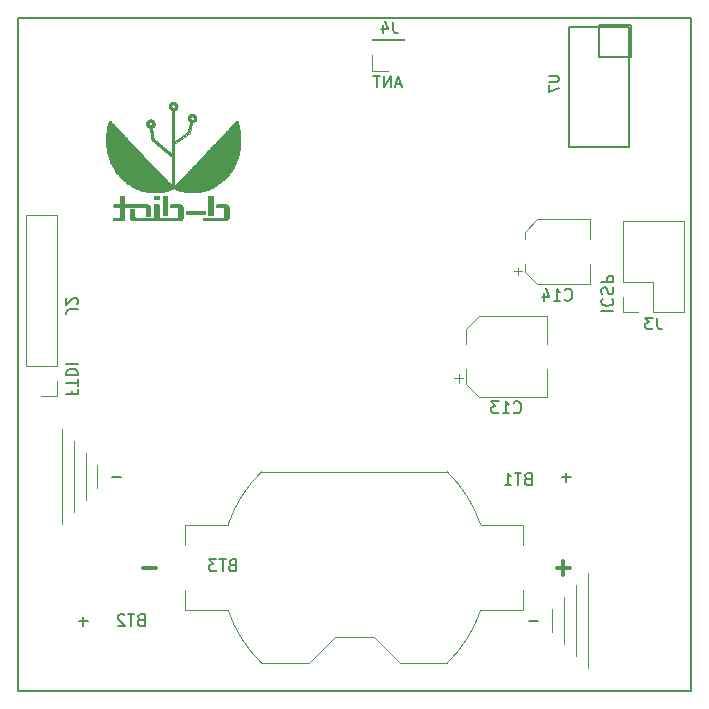
<source format=gbr>
%TF.GenerationSoftware,KiCad,Pcbnew,5.0.2-bee76a0~70~ubuntu18.04.1*%
%TF.CreationDate,2019-10-02T22:42:18+02:00*%
%TF.ProjectId,BT-Pcb-328P,42542d50-6362-42d3-9332-38502e6b6963,3.0*%
%TF.SameCoordinates,Original*%
%TF.FileFunction,Legend,Bot*%
%TF.FilePolarity,Positive*%
%FSLAX46Y46*%
G04 Gerber Fmt 4.6, Leading zero omitted, Abs format (unit mm)*
G04 Created by KiCad (PCBNEW 5.0.2-bee76a0~70~ubuntu18.04.1) date mer 02 ott 2019 22:42:18 CEST*
%MOMM*%
%LPD*%
G01*
G04 APERTURE LIST*
%ADD10C,0.300000*%
%ADD11C,0.150000*%
%ADD12C,0.120000*%
%ADD13C,0.010000*%
%ADD14C,0.160000*%
G04 APERTURE END LIST*
D10*
X173799428Y-127869142D02*
X172656571Y-127869142D01*
X173228000Y-128440571D02*
X173228000Y-127297714D01*
X138747428Y-127869142D02*
X137604571Y-127869142D01*
D11*
X159511857Y-86907666D02*
X159035666Y-86907666D01*
X159607095Y-87193380D02*
X159273761Y-86193380D01*
X158940428Y-87193380D01*
X158607095Y-87193380D02*
X158607095Y-86193380D01*
X158035666Y-87193380D01*
X158035666Y-86193380D01*
X157702333Y-86193380D02*
X157130904Y-86193380D01*
X157416619Y-87193380D02*
X157416619Y-86193380D01*
X131643428Y-112863190D02*
X131643428Y-113196523D01*
X131119619Y-113196523D02*
X132119619Y-113196523D01*
X132119619Y-112720333D01*
X132119619Y-112482238D02*
X132119619Y-111910809D01*
X131119619Y-112196523D02*
X132119619Y-112196523D01*
X131119619Y-111577476D02*
X132119619Y-111577476D01*
X132119619Y-111339380D01*
X132072000Y-111196523D01*
X131976761Y-111101285D01*
X131881523Y-111053666D01*
X131691047Y-111006047D01*
X131548190Y-111006047D01*
X131357714Y-111053666D01*
X131262476Y-111101285D01*
X131167238Y-111196523D01*
X131119619Y-111339380D01*
X131119619Y-111577476D01*
X131119619Y-110577476D02*
X132119619Y-110577476D01*
X176458619Y-106124190D02*
X177458619Y-106124190D01*
X176553857Y-105076571D02*
X176506238Y-105124190D01*
X176458619Y-105267047D01*
X176458619Y-105362285D01*
X176506238Y-105505142D01*
X176601476Y-105600380D01*
X176696714Y-105648000D01*
X176887190Y-105695619D01*
X177030047Y-105695619D01*
X177220523Y-105648000D01*
X177315761Y-105600380D01*
X177411000Y-105505142D01*
X177458619Y-105362285D01*
X177458619Y-105267047D01*
X177411000Y-105124190D01*
X177363380Y-105076571D01*
X176506238Y-104695619D02*
X176458619Y-104552761D01*
X176458619Y-104314666D01*
X176506238Y-104219428D01*
X176553857Y-104171809D01*
X176649095Y-104124190D01*
X176744333Y-104124190D01*
X176839571Y-104171809D01*
X176887190Y-104219428D01*
X176934809Y-104314666D01*
X176982428Y-104505142D01*
X177030047Y-104600380D01*
X177077666Y-104648000D01*
X177172904Y-104695619D01*
X177268142Y-104695619D01*
X177363380Y-104648000D01*
X177411000Y-104600380D01*
X177458619Y-104505142D01*
X177458619Y-104267047D01*
X177411000Y-104124190D01*
X176458619Y-103695619D02*
X177458619Y-103695619D01*
X177458619Y-103314666D01*
X177411000Y-103219428D01*
X177363380Y-103171809D01*
X177268142Y-103124190D01*
X177125285Y-103124190D01*
X177030047Y-103171809D01*
X176982428Y-103219428D01*
X176934809Y-103314666D01*
X176934809Y-103695619D01*
X184040000Y-138320000D02*
X184040000Y-81320000D01*
X127040000Y-138320000D02*
X127040000Y-81320000D01*
X127040000Y-138320000D02*
X184040000Y-138320000D01*
X127040000Y-81320000D02*
X184040000Y-81320000D01*
X178943000Y-84582000D02*
X178943000Y-81915000D01*
X178943000Y-81915000D02*
X176276000Y-81915000D01*
X178816000Y-89662000D02*
X178816000Y-92202000D01*
X178816000Y-92202000D02*
X176276000Y-92202000D01*
X178816000Y-84582000D02*
X176276000Y-84582000D01*
X176276000Y-84582000D02*
X176276000Y-82042000D01*
X178816000Y-89662000D02*
X178816000Y-82042000D01*
X178816000Y-82042000D02*
X173736000Y-82042000D01*
X173736000Y-82042000D02*
X173736000Y-92202000D01*
X173736000Y-92202000D02*
X176276000Y-92202000D01*
D12*
X175480000Y-98332000D02*
X175480000Y-100032000D01*
X175480000Y-103852000D02*
X175480000Y-102152000D01*
X171024437Y-103852000D02*
X175480000Y-103852000D01*
X171024437Y-98332000D02*
X175480000Y-98332000D01*
X169960000Y-99396437D02*
X169960000Y-100032000D01*
X169960000Y-102787563D02*
X169960000Y-102152000D01*
X169960000Y-102787563D02*
X171024437Y-103852000D01*
X169960000Y-99396437D02*
X171024437Y-98332000D01*
X169095000Y-102777000D02*
X169720000Y-102777000D01*
X169407500Y-103089500D02*
X169407500Y-102464500D01*
X171812000Y-106572000D02*
X171812000Y-108922000D01*
X171812000Y-113392000D02*
X171812000Y-111042000D01*
X166056437Y-113392000D02*
X171812000Y-113392000D01*
X166056437Y-106572000D02*
X171812000Y-106572000D01*
X164992000Y-107636437D02*
X164992000Y-108922000D01*
X164992000Y-112327563D02*
X164992000Y-111042000D01*
X164992000Y-112327563D02*
X166056437Y-113392000D01*
X164992000Y-107636437D02*
X166056437Y-106572000D01*
X163964500Y-111829500D02*
X164752000Y-111829500D01*
X164358250Y-112223250D02*
X164358250Y-111435750D01*
X133784000Y-119142000D02*
X133784000Y-121142000D01*
X132784000Y-118142000D02*
X132784000Y-122142000D01*
X131784000Y-123142000D02*
X131784000Y-117142000D01*
X130784000Y-116142000D02*
X130784000Y-124142000D01*
X175286000Y-136334000D02*
X175286000Y-128334000D01*
X174286000Y-129334000D02*
X174286000Y-135334000D01*
X173286000Y-134334000D02*
X173286000Y-130334000D01*
X172286000Y-133334000D02*
X172286000Y-131334000D01*
X163385370Y-135949789D02*
G75*
G03X166232000Y-131448000I-7845370J8111789D01*
G01*
X147694630Y-119726211D02*
G75*
G03X144848000Y-124228000I7845370J-8111789D01*
G01*
X147694630Y-135949789D02*
G75*
G02X144848000Y-131448000I7845370J8111789D01*
G01*
X163385370Y-119726211D02*
G75*
G02X166232000Y-124228000I-7845370J-8111789D01*
G01*
X169850000Y-129738000D02*
X169850000Y-131448000D01*
X166232000Y-131448000D02*
X169850000Y-131448000D01*
X159400000Y-135948000D02*
X163387300Y-135948000D01*
X157200000Y-133748000D02*
X159400000Y-135948000D01*
X153880000Y-133748000D02*
X157200000Y-133748000D01*
X153880000Y-133748000D02*
X151680000Y-135948000D01*
X147692700Y-135948000D02*
X151680000Y-135948000D01*
X141230000Y-129738000D02*
X141230000Y-131448000D01*
X141230000Y-131448000D02*
X144848000Y-131448000D01*
X144848000Y-124228000D02*
X141230000Y-124228000D01*
X141230000Y-125938000D02*
X141230000Y-124228000D01*
X163387300Y-119728000D02*
X147692700Y-119728000D01*
X169850000Y-125938000D02*
X169850000Y-124228000D01*
X169850000Y-124228000D02*
X166232000Y-124228000D01*
X157039000Y-83125000D02*
X159699000Y-83125000D01*
X157039000Y-83185000D02*
X157039000Y-83125000D01*
X159699000Y-83185000D02*
X159699000Y-83125000D01*
X157039000Y-83185000D02*
X159699000Y-83185000D01*
X157039000Y-84455000D02*
X157039000Y-85785000D01*
X157039000Y-85785000D02*
X158369000Y-85785000D01*
X178248000Y-98492000D02*
X183448000Y-98492000D01*
X178248000Y-103632000D02*
X178248000Y-98492000D01*
X183448000Y-106232000D02*
X183448000Y-98492000D01*
X178248000Y-103632000D02*
X180848000Y-103632000D01*
X180848000Y-103632000D02*
X180848000Y-106232000D01*
X180848000Y-106232000D02*
X183448000Y-106232000D01*
X178248000Y-104902000D02*
X178248000Y-106232000D01*
X178248000Y-106232000D02*
X179578000Y-106232000D01*
X127702000Y-110744000D02*
X130362000Y-110744000D01*
X127702000Y-110744000D02*
X127702000Y-97984000D01*
X127702000Y-97984000D02*
X130362000Y-97984000D01*
X130362000Y-110744000D02*
X130362000Y-97984000D01*
X130362000Y-113344000D02*
X130362000Y-112014000D01*
X129032000Y-113344000D02*
X130362000Y-113344000D01*
D13*
G36*
X140167200Y-88414075D02*
X140146587Y-88415600D01*
X140129473Y-88418020D01*
X140128575Y-88418196D01*
X140086447Y-88429141D01*
X140046587Y-88444488D01*
X140009252Y-88463980D01*
X139974698Y-88487357D01*
X139943180Y-88514359D01*
X139914953Y-88544729D01*
X139890275Y-88578207D01*
X139869401Y-88614534D01*
X139852586Y-88653451D01*
X139840087Y-88694699D01*
X139835820Y-88714580D01*
X139833194Y-88733677D01*
X139831647Y-88756083D01*
X139831180Y-88780144D01*
X139831793Y-88804202D01*
X139833488Y-88826604D01*
X139835734Y-88842850D01*
X139845721Y-88885068D01*
X139860167Y-88925050D01*
X139878865Y-88962564D01*
X139901609Y-88997383D01*
X139928191Y-89029276D01*
X139958403Y-89058014D01*
X139992040Y-89083368D01*
X140028894Y-89105108D01*
X140068758Y-89123006D01*
X140097510Y-89132873D01*
X140112750Y-89137490D01*
X140113387Y-90993807D01*
X140113427Y-91118193D01*
X140113458Y-91238638D01*
X140113481Y-91355098D01*
X140113497Y-91467533D01*
X140113505Y-91575900D01*
X140113505Y-91680157D01*
X140113497Y-91780262D01*
X140113481Y-91876174D01*
X140113458Y-91967851D01*
X140113427Y-92055250D01*
X140113388Y-92138330D01*
X140113342Y-92217048D01*
X140113289Y-92291364D01*
X140113228Y-92361234D01*
X140113159Y-92426618D01*
X140113083Y-92487473D01*
X140113000Y-92543757D01*
X140112909Y-92595428D01*
X140112811Y-92642445D01*
X140112706Y-92684766D01*
X140112594Y-92722348D01*
X140112475Y-92755150D01*
X140112348Y-92783129D01*
X140112214Y-92806245D01*
X140112074Y-92824454D01*
X140111926Y-92837716D01*
X140111771Y-92845987D01*
X140111610Y-92849227D01*
X140111585Y-92849277D01*
X140109476Y-92847616D01*
X140103583Y-92842827D01*
X140094040Y-92835019D01*
X140080977Y-92824300D01*
X140064526Y-92810779D01*
X140044821Y-92794565D01*
X140021991Y-92775767D01*
X139996170Y-92754494D01*
X139967490Y-92730855D01*
X139936081Y-92704958D01*
X139902077Y-92676912D01*
X139865609Y-92646827D01*
X139826809Y-92614810D01*
X139785808Y-92580971D01*
X139742740Y-92545418D01*
X139697735Y-92508261D01*
X139650925Y-92469608D01*
X139602444Y-92429569D01*
X139552422Y-92388251D01*
X139500991Y-92345764D01*
X139448283Y-92302216D01*
X139394431Y-92257717D01*
X139339566Y-92212375D01*
X139330085Y-92204540D01*
X139275048Y-92159052D01*
X139220997Y-92114380D01*
X139168064Y-92070634D01*
X139116383Y-92027922D01*
X139066085Y-91986354D01*
X139017301Y-91946039D01*
X138970165Y-91907086D01*
X138924809Y-91869605D01*
X138881364Y-91833704D01*
X138839963Y-91799493D01*
X138800737Y-91767080D01*
X138763820Y-91736576D01*
X138729342Y-91708089D01*
X138697437Y-91681728D01*
X138668236Y-91657603D01*
X138641872Y-91635823D01*
X138618476Y-91616496D01*
X138598182Y-91599733D01*
X138581120Y-91585642D01*
X138567423Y-91574332D01*
X138557223Y-91565913D01*
X138550652Y-91560495D01*
X138547843Y-91558185D01*
X138547750Y-91558110D01*
X138546946Y-91555241D01*
X138545483Y-91547370D01*
X138543361Y-91534494D01*
X138540579Y-91516611D01*
X138537138Y-91493718D01*
X138533036Y-91465812D01*
X138528274Y-91432891D01*
X138522850Y-91394951D01*
X138516766Y-91351990D01*
X138510019Y-91304006D01*
X138502611Y-91250995D01*
X138494540Y-91192956D01*
X138485806Y-91129885D01*
X138478332Y-91075737D01*
X138471616Y-91026990D01*
X138465094Y-90979604D01*
X138458800Y-90933821D01*
X138452766Y-90889887D01*
X138447027Y-90848044D01*
X138441615Y-90808539D01*
X138436565Y-90771614D01*
X138431908Y-90737513D01*
X138427678Y-90706481D01*
X138423910Y-90678762D01*
X138420635Y-90654600D01*
X138417888Y-90634238D01*
X138415701Y-90617922D01*
X138414108Y-90605894D01*
X138413142Y-90598400D01*
X138412837Y-90595683D01*
X138412839Y-90595677D01*
X138415237Y-90594528D01*
X138421226Y-90591592D01*
X138429849Y-90587339D01*
X138438134Y-90583240D01*
X138473661Y-90562897D01*
X138506020Y-90538842D01*
X138535057Y-90511455D01*
X138560618Y-90481115D01*
X138582548Y-90448201D01*
X138600691Y-90413091D01*
X138614893Y-90376165D01*
X138624999Y-90337802D01*
X138630854Y-90298381D01*
X138632303Y-90258281D01*
X138632183Y-90256711D01*
X138431428Y-90256711D01*
X138431391Y-90277581D01*
X138429223Y-90297261D01*
X138425418Y-90312558D01*
X138414132Y-90337994D01*
X138398780Y-90361149D01*
X138379941Y-90381419D01*
X138358190Y-90398202D01*
X138334108Y-90410895D01*
X138329351Y-90412782D01*
X138302274Y-90420386D01*
X138274991Y-90422925D01*
X138247642Y-90420395D01*
X138230078Y-90416085D01*
X138204182Y-90405634D01*
X138180979Y-90391184D01*
X138160831Y-90373221D01*
X138144099Y-90352229D01*
X138131143Y-90328692D01*
X138122324Y-90303096D01*
X138118005Y-90275926D01*
X138117618Y-90265148D01*
X138119875Y-90237795D01*
X138126802Y-90212270D01*
X138138474Y-90188398D01*
X138154967Y-90166000D01*
X138164387Y-90155950D01*
X138186142Y-90137273D01*
X138209100Y-90123471D01*
X138233588Y-90114418D01*
X138259931Y-90109985D01*
X138282680Y-90109686D01*
X138310099Y-90113460D01*
X138336007Y-90121829D01*
X138359902Y-90134410D01*
X138381283Y-90150821D01*
X138399651Y-90170678D01*
X138414503Y-90193599D01*
X138425134Y-90218575D01*
X138429341Y-90236444D01*
X138431428Y-90256711D01*
X138632183Y-90256711D01*
X138629192Y-90217882D01*
X138621365Y-90177562D01*
X138614028Y-90152625D01*
X138598243Y-90113176D01*
X138578301Y-90076468D01*
X138554459Y-90042728D01*
X138526973Y-90012183D01*
X138496100Y-89985059D01*
X138462097Y-89961582D01*
X138425221Y-89941980D01*
X138385727Y-89926478D01*
X138345389Y-89915621D01*
X138324768Y-89912348D01*
X138300921Y-89910369D01*
X138275463Y-89909684D01*
X138250006Y-89910294D01*
X138226163Y-89912199D01*
X138205547Y-89915400D01*
X138204732Y-89915572D01*
X138162313Y-89927114D01*
X138122537Y-89942907D01*
X138085606Y-89962747D01*
X138051722Y-89986432D01*
X138021089Y-90013759D01*
X137993910Y-90044525D01*
X137970387Y-90078526D01*
X137950723Y-90115561D01*
X137935121Y-90155425D01*
X137924103Y-90196405D01*
X137921139Y-90214986D01*
X137919222Y-90236956D01*
X137918369Y-90260727D01*
X137918595Y-90284714D01*
X137919918Y-90307331D01*
X137922353Y-90326991D01*
X137922724Y-90329094D01*
X137932777Y-90370261D01*
X137947307Y-90409343D01*
X137966041Y-90446059D01*
X137988708Y-90480126D01*
X138015035Y-90511263D01*
X138044749Y-90539188D01*
X138077579Y-90563618D01*
X138113251Y-90584272D01*
X138151494Y-90600868D01*
X138192035Y-90613124D01*
X138198531Y-90614622D01*
X138209321Y-90616847D01*
X138218951Y-90618549D01*
X138225804Y-90619450D01*
X138227212Y-90619525D01*
X138231825Y-90620285D01*
X138234245Y-90623432D01*
X138235524Y-90629105D01*
X138236020Y-90632535D01*
X138237176Y-90640756D01*
X138238958Y-90653521D01*
X138241331Y-90670589D01*
X138244263Y-90691716D01*
X138247720Y-90716659D01*
X138251668Y-90745173D01*
X138256074Y-90777016D01*
X138260903Y-90811944D01*
X138266122Y-90849714D01*
X138271698Y-90890083D01*
X138277597Y-90932806D01*
X138283785Y-90977642D01*
X138290228Y-91024345D01*
X138296893Y-91072673D01*
X138303747Y-91122382D01*
X138306896Y-91145227D01*
X138313814Y-91195355D01*
X138320567Y-91244140D01*
X138327119Y-91291342D01*
X138333438Y-91336725D01*
X138339489Y-91380048D01*
X138345238Y-91421075D01*
X138350652Y-91459567D01*
X138355698Y-91495285D01*
X138360340Y-91527992D01*
X138364546Y-91557448D01*
X138368282Y-91583415D01*
X138371514Y-91605656D01*
X138374207Y-91623932D01*
X138376329Y-91638004D01*
X138377846Y-91647634D01*
X138378723Y-91652584D01*
X138378907Y-91653227D01*
X138380992Y-91654923D01*
X138386868Y-91659752D01*
X138396409Y-91667611D01*
X138409490Y-91678396D01*
X138425987Y-91692005D01*
X138445775Y-91708334D01*
X138468728Y-91727280D01*
X138494721Y-91748740D01*
X138523630Y-91772610D01*
X138555330Y-91798787D01*
X138589695Y-91827168D01*
X138626600Y-91857649D01*
X138665921Y-91890128D01*
X138707532Y-91924501D01*
X138751309Y-91960665D01*
X138797126Y-91998517D01*
X138844858Y-92037952D01*
X138894381Y-92078869D01*
X138945569Y-92121164D01*
X138998297Y-92164733D01*
X139052441Y-92209473D01*
X139107875Y-92255281D01*
X139164474Y-92302055D01*
X139222114Y-92349689D01*
X139247559Y-92370718D01*
X140114020Y-93086807D01*
X140114020Y-94308315D01*
X140114016Y-94392874D01*
X140114002Y-94475458D01*
X140113980Y-94555937D01*
X140113949Y-94634179D01*
X140113909Y-94710055D01*
X140113861Y-94783431D01*
X140113806Y-94854179D01*
X140113743Y-94922166D01*
X140113672Y-94987262D01*
X140113595Y-95049336D01*
X140113510Y-95108257D01*
X140113419Y-95163894D01*
X140113321Y-95216116D01*
X140113218Y-95264792D01*
X140113108Y-95309792D01*
X140112992Y-95350984D01*
X140112871Y-95388237D01*
X140112745Y-95421420D01*
X140112614Y-95450403D01*
X140112478Y-95475054D01*
X140112337Y-95495243D01*
X140112193Y-95510838D01*
X140112044Y-95521709D01*
X140111891Y-95527725D01*
X140111780Y-95528976D01*
X140109382Y-95526865D01*
X140104293Y-95521627D01*
X140097167Y-95513959D01*
X140088658Y-95504558D01*
X140084767Y-95500190D01*
X140071248Y-95485073D01*
X140057001Y-95469416D01*
X140041796Y-95452980D01*
X140025400Y-95435529D01*
X140007582Y-95416826D01*
X139988111Y-95396634D01*
X139966754Y-95374716D01*
X139943281Y-95350835D01*
X139917459Y-95324754D01*
X139889058Y-95296236D01*
X139857846Y-95265044D01*
X139823590Y-95230942D01*
X139786061Y-95193691D01*
X139760853Y-95168720D01*
X139559444Y-94969330D01*
X138086057Y-93421200D01*
X138008121Y-93339310D01*
X137928917Y-93256089D01*
X137848602Y-93171702D01*
X137767334Y-93086313D01*
X137685267Y-93000086D01*
X137602560Y-92913186D01*
X137519368Y-92825778D01*
X137435848Y-92738026D01*
X137352156Y-92650094D01*
X137268449Y-92562147D01*
X137184884Y-92474348D01*
X137101617Y-92386864D01*
X137018804Y-92299858D01*
X136936603Y-92213494D01*
X136855169Y-92127937D01*
X136774659Y-92043351D01*
X136695230Y-91959902D01*
X136617038Y-91877753D01*
X136540240Y-91797068D01*
X136464992Y-91718013D01*
X136391451Y-91640752D01*
X136319773Y-91565448D01*
X136250114Y-91492267D01*
X136182633Y-91421374D01*
X136117484Y-91352931D01*
X136054824Y-91287105D01*
X135994810Y-91224059D01*
X135937599Y-91163958D01*
X135883347Y-91106966D01*
X135832210Y-91053247D01*
X135784345Y-91002967D01*
X135763020Y-90980567D01*
X135708483Y-90923278D01*
X135654764Y-90866847D01*
X135601973Y-90811388D01*
X135550218Y-90757016D01*
X135499610Y-90703846D01*
X135450258Y-90651994D01*
X135402271Y-90601574D01*
X135355758Y-90552702D01*
X135310830Y-90505492D01*
X135267595Y-90460059D01*
X135226164Y-90416519D01*
X135186644Y-90374986D01*
X135149147Y-90335576D01*
X135113781Y-90298404D01*
X135080656Y-90263584D01*
X135049882Y-90231232D01*
X135021567Y-90201463D01*
X134995821Y-90174391D01*
X134972754Y-90150132D01*
X134952474Y-90128801D01*
X134935093Y-90110513D01*
X134920718Y-90095382D01*
X134909460Y-90083524D01*
X134901427Y-90075055D01*
X134896730Y-90070088D01*
X134895629Y-90068913D01*
X134882098Y-90054868D01*
X134868606Y-90041886D01*
X134855788Y-90030501D01*
X134844280Y-90021247D01*
X134834718Y-90014659D01*
X134827738Y-90011272D01*
X134826788Y-90011040D01*
X134813711Y-90010393D01*
X134801836Y-90013792D01*
X134790819Y-90021488D01*
X134780315Y-90033731D01*
X134769979Y-90050769D01*
X134768758Y-90053101D01*
X134759339Y-90072795D01*
X134748963Y-90097206D01*
X134737718Y-90126083D01*
X134725695Y-90159171D01*
X134712985Y-90196220D01*
X134699677Y-90236974D01*
X134685862Y-90281183D01*
X134677236Y-90309700D01*
X134669905Y-90334396D01*
X134663741Y-90355683D01*
X134658509Y-90374565D01*
X134653975Y-90392043D01*
X134649902Y-90409122D01*
X134646058Y-90426802D01*
X134642206Y-90446087D01*
X134638113Y-90467981D01*
X134633543Y-90493485D01*
X134631522Y-90504959D01*
X134603822Y-90672796D01*
X134580167Y-90837635D01*
X134560553Y-90999546D01*
X134544976Y-91158598D01*
X134533431Y-91314859D01*
X134525914Y-91468400D01*
X134522421Y-91619289D01*
X134522947Y-91767595D01*
X134527488Y-91913389D01*
X134535057Y-92043250D01*
X134548416Y-92194940D01*
X134566729Y-92345807D01*
X134589952Y-92495725D01*
X134618043Y-92644569D01*
X134650958Y-92792214D01*
X134688653Y-92938533D01*
X134731085Y-93083404D01*
X134778212Y-93226699D01*
X134829989Y-93368293D01*
X134886373Y-93508062D01*
X134947321Y-93645880D01*
X135012790Y-93781622D01*
X135082737Y-93915163D01*
X135157117Y-94046377D01*
X135235888Y-94175139D01*
X135312940Y-94292420D01*
X135398670Y-94414322D01*
X135487544Y-94532344D01*
X135579524Y-94646447D01*
X135674573Y-94756598D01*
X135772652Y-94862760D01*
X135873725Y-94964899D01*
X135977753Y-95062978D01*
X136084698Y-95156961D01*
X136194524Y-95246814D01*
X136307192Y-95332501D01*
X136422665Y-95413986D01*
X136540904Y-95491234D01*
X136661872Y-95564209D01*
X136662160Y-95564376D01*
X136772226Y-95625652D01*
X136885018Y-95683682D01*
X136999920Y-95738203D01*
X137116315Y-95788950D01*
X137233585Y-95835659D01*
X137351115Y-95878064D01*
X137468286Y-95915902D01*
X137513060Y-95929164D01*
X137609735Y-95955918D01*
X137704678Y-95979803D01*
X137798695Y-96000957D01*
X137892593Y-96019516D01*
X137987179Y-96035617D01*
X138083258Y-96049395D01*
X138181636Y-96060989D01*
X138283120Y-96070534D01*
X138388516Y-96078167D01*
X138394440Y-96078534D01*
X138410244Y-96079302D01*
X138430467Y-96079964D01*
X138454450Y-96080520D01*
X138481535Y-96080970D01*
X138511061Y-96081313D01*
X138542370Y-96081549D01*
X138574802Y-96081679D01*
X138607699Y-96081703D01*
X138640401Y-96081619D01*
X138672248Y-96081429D01*
X138702581Y-96081132D01*
X138730742Y-96080728D01*
X138756071Y-96080217D01*
X138777908Y-96079599D01*
X138795595Y-96078873D01*
X138800840Y-96078585D01*
X138899274Y-96071943D01*
X138994884Y-96063971D01*
X139088771Y-96054532D01*
X139182036Y-96043488D01*
X139275780Y-96030702D01*
X139371105Y-96016038D01*
X139469112Y-95999356D01*
X139539980Y-95986391D01*
X139573712Y-95979781D01*
X139606209Y-95972807D01*
X139637884Y-95965321D01*
X139669148Y-95957174D01*
X139700415Y-95948214D01*
X139732097Y-95938295D01*
X139764605Y-95927266D01*
X139798354Y-95914977D01*
X139833754Y-95901281D01*
X139871219Y-95886027D01*
X139911160Y-95869066D01*
X139953990Y-95850250D01*
X140000123Y-95829428D01*
X140049969Y-95806451D01*
X140093750Y-95785971D01*
X140114452Y-95776244D01*
X140134139Y-95767016D01*
X140152238Y-95758553D01*
X140168181Y-95751121D01*
X140181395Y-95744985D01*
X140191312Y-95740412D01*
X140197360Y-95737667D01*
X140198265Y-95737270D01*
X140210119Y-95732155D01*
X140251605Y-95751733D01*
X140370133Y-95804876D01*
X140491010Y-95853571D01*
X140614063Y-95897780D01*
X140739123Y-95937466D01*
X140866019Y-95972593D01*
X140994581Y-96003124D01*
X141124637Y-96029021D01*
X141256017Y-96050248D01*
X141388551Y-96066768D01*
X141522068Y-96078545D01*
X141656398Y-96085540D01*
X141791369Y-96087717D01*
X141804390Y-96087671D01*
X141826740Y-96087538D01*
X141848325Y-96087380D01*
X141868415Y-96087204D01*
X141886276Y-96087018D01*
X141901177Y-96086830D01*
X141912386Y-96086647D01*
X141918690Y-96086494D01*
X142059089Y-96079259D01*
X142198882Y-96067028D01*
X142337928Y-96049828D01*
X142476085Y-96027689D01*
X142613210Y-96000637D01*
X142749162Y-95968701D01*
X142883799Y-95931909D01*
X143016978Y-95890289D01*
X143148557Y-95843869D01*
X143149323Y-95843583D01*
X143276682Y-95793302D01*
X143402526Y-95738209D01*
X143526741Y-95678375D01*
X143649215Y-95613871D01*
X143769834Y-95544767D01*
X143888486Y-95471135D01*
X144005057Y-95393044D01*
X144119436Y-95310565D01*
X144231508Y-95223770D01*
X144341161Y-95132729D01*
X144448281Y-95037513D01*
X144472660Y-95014926D01*
X144488510Y-94999927D01*
X144507078Y-94982019D01*
X144527747Y-94961822D01*
X144549899Y-94939957D01*
X144572917Y-94917043D01*
X144596183Y-94893702D01*
X144619080Y-94870553D01*
X144640991Y-94848216D01*
X144661297Y-94827312D01*
X144679383Y-94808461D01*
X144694629Y-94792284D01*
X144699173Y-94787376D01*
X144798661Y-94675555D01*
X144894299Y-94560474D01*
X144985997Y-94442273D01*
X145073669Y-94321091D01*
X145157226Y-94197068D01*
X145236579Y-94070345D01*
X145311640Y-93941062D01*
X145382321Y-93809357D01*
X145448534Y-93675372D01*
X145510191Y-93539246D01*
X145557226Y-93426280D01*
X145610670Y-93285908D01*
X145659509Y-93143508D01*
X145703734Y-92999212D01*
X145743334Y-92853153D01*
X145778301Y-92705463D01*
X145808627Y-92556277D01*
X145834303Y-92405726D01*
X145855319Y-92253944D01*
X145871667Y-92101063D01*
X145883337Y-91947217D01*
X145890322Y-91792538D01*
X145892612Y-91637159D01*
X145890197Y-91481213D01*
X145883070Y-91324833D01*
X145871222Y-91168152D01*
X145854642Y-91011303D01*
X145833324Y-90854419D01*
X145807256Y-90697632D01*
X145776432Y-90541076D01*
X145756426Y-90450670D01*
X145749538Y-90421307D01*
X145742088Y-90390524D01*
X145734199Y-90358776D01*
X145725997Y-90326516D01*
X145717607Y-90294199D01*
X145709155Y-90262279D01*
X145700765Y-90231211D01*
X145692563Y-90201448D01*
X145684674Y-90173445D01*
X145677223Y-90147657D01*
X145670335Y-90124536D01*
X145664136Y-90104539D01*
X145658750Y-90088118D01*
X145654303Y-90075729D01*
X145650925Y-90067835D01*
X145640036Y-90051430D01*
X145626447Y-90039200D01*
X145610611Y-90031339D01*
X145592985Y-90028042D01*
X145574024Y-90029503D01*
X145565957Y-90031527D01*
X145551419Y-90037571D01*
X145535602Y-90047413D01*
X145518326Y-90061209D01*
X145499413Y-90079117D01*
X145478686Y-90101293D01*
X145455967Y-90127893D01*
X145454761Y-90129360D01*
X145450102Y-90134738D01*
X145442123Y-90143586D01*
X145431016Y-90155701D01*
X145416971Y-90170880D01*
X145400179Y-90188919D01*
X145380831Y-90209617D01*
X145359117Y-90232770D01*
X145335230Y-90258176D01*
X145309358Y-90285632D01*
X145281694Y-90314935D01*
X145252428Y-90345882D01*
X145221751Y-90378271D01*
X145189854Y-90411899D01*
X145156927Y-90446563D01*
X145123162Y-90482060D01*
X145095000Y-90511630D01*
X145074767Y-90532861D01*
X145051156Y-90557638D01*
X145024290Y-90585831D01*
X144994295Y-90617308D01*
X144961296Y-90651937D01*
X144925417Y-90689588D01*
X144886785Y-90730129D01*
X144845524Y-90773429D01*
X144801759Y-90819357D01*
X144755615Y-90867782D01*
X144707217Y-90918572D01*
X144656691Y-90971595D01*
X144604160Y-91026722D01*
X144549752Y-91083820D01*
X144493590Y-91142758D01*
X144435799Y-91203405D01*
X144376505Y-91265631D01*
X144315833Y-91329302D01*
X144253908Y-91394289D01*
X144190854Y-91460460D01*
X144126797Y-91527684D01*
X144061863Y-91595829D01*
X143996175Y-91664765D01*
X143929859Y-91734359D01*
X143863041Y-91804482D01*
X143795844Y-91875001D01*
X143728395Y-91945785D01*
X143660818Y-92016704D01*
X143593239Y-92087625D01*
X143554443Y-92128340D01*
X143434938Y-92253755D01*
X143318882Y-92375550D01*
X143206219Y-92493784D01*
X143096895Y-92608514D01*
X142990854Y-92719799D01*
X142888040Y-92827697D01*
X142788399Y-92932266D01*
X142691875Y-93033564D01*
X142598411Y-93131648D01*
X142507955Y-93226578D01*
X142420448Y-93318411D01*
X142335838Y-93407206D01*
X142254067Y-93493020D01*
X142175081Y-93575911D01*
X142098824Y-93655938D01*
X142025242Y-93733159D01*
X141954278Y-93807631D01*
X141885877Y-93879414D01*
X141819984Y-93948564D01*
X141756543Y-94015141D01*
X141695500Y-94079202D01*
X141636798Y-94140805D01*
X141580383Y-94200008D01*
X141526199Y-94256870D01*
X141474191Y-94311449D01*
X141424303Y-94363802D01*
X141376480Y-94413988D01*
X141330666Y-94462065D01*
X141286807Y-94508091D01*
X141244847Y-94552124D01*
X141204730Y-94594222D01*
X141166402Y-94634443D01*
X141129806Y-94672846D01*
X141094888Y-94709488D01*
X141061592Y-94744428D01*
X141029862Y-94777723D01*
X140999644Y-94809433D01*
X140970882Y-94839614D01*
X140943520Y-94868324D01*
X140917504Y-94895623D01*
X140892778Y-94921568D01*
X140869286Y-94946218D01*
X140846974Y-94969629D01*
X140825785Y-94991862D01*
X140805665Y-95012972D01*
X140786558Y-95033019D01*
X140768408Y-95052061D01*
X140751161Y-95070156D01*
X140734761Y-95087361D01*
X140719153Y-95103736D01*
X140704281Y-95119338D01*
X140690090Y-95134225D01*
X140676524Y-95148455D01*
X140663529Y-95162086D01*
X140651048Y-95175177D01*
X140639027Y-95187786D01*
X140627411Y-95199970D01*
X140616143Y-95211788D01*
X140605168Y-95223298D01*
X140594431Y-95234558D01*
X140591878Y-95237236D01*
X140555889Y-95275010D01*
X140523259Y-95309332D01*
X140493809Y-95340391D01*
X140467360Y-95368382D01*
X140443735Y-95393496D01*
X140422754Y-95415926D01*
X140404238Y-95435863D01*
X140388010Y-95453501D01*
X140373890Y-95469031D01*
X140361700Y-95482645D01*
X140351261Y-95494537D01*
X140342394Y-95504898D01*
X140335338Y-95513409D01*
X140324337Y-95526837D01*
X140314353Y-95538860D01*
X140305840Y-95548943D01*
X140299255Y-95556551D01*
X140295052Y-95561150D01*
X140293725Y-95562304D01*
X140293583Y-95559803D01*
X140293447Y-95552409D01*
X140293318Y-95540306D01*
X140293194Y-95523680D01*
X140293077Y-95502717D01*
X140292966Y-95477602D01*
X140292861Y-95448522D01*
X140292762Y-95415661D01*
X140292668Y-95379206D01*
X140292581Y-95339343D01*
X140292500Y-95296256D01*
X140292425Y-95250132D01*
X140292355Y-95201157D01*
X140292292Y-95149516D01*
X140292234Y-95095395D01*
X140292182Y-95038979D01*
X140292136Y-94980454D01*
X140292095Y-94920007D01*
X140292060Y-94857822D01*
X140292031Y-94794085D01*
X140292008Y-94728983D01*
X140291989Y-94662700D01*
X140291977Y-94595423D01*
X140291970Y-94527336D01*
X140291968Y-94458627D01*
X140291972Y-94389481D01*
X140291981Y-94320082D01*
X140291996Y-94250618D01*
X140292016Y-94181273D01*
X140292041Y-94112234D01*
X140292071Y-94043686D01*
X140292107Y-93975814D01*
X140292148Y-93908805D01*
X140292193Y-93842845D01*
X140292245Y-93778118D01*
X140292301Y-93714811D01*
X140292362Y-93653109D01*
X140292428Y-93593198D01*
X140292499Y-93535264D01*
X140292575Y-93479492D01*
X140292657Y-93426069D01*
X140292742Y-93375179D01*
X140292833Y-93327009D01*
X140292929Y-93281744D01*
X140293029Y-93239569D01*
X140293134Y-93200672D01*
X140293244Y-93165237D01*
X140293358Y-93133450D01*
X140293478Y-93105497D01*
X140293601Y-93081563D01*
X140293729Y-93061834D01*
X140293862Y-93046496D01*
X140294000Y-93035735D01*
X140294141Y-93029736D01*
X140294194Y-93028770D01*
X140294926Y-93017208D01*
X140295049Y-93008018D01*
X140294567Y-93002256D01*
X140294071Y-93000957D01*
X140293828Y-92998187D01*
X140293593Y-92990551D01*
X140293369Y-92978263D01*
X140293156Y-92961537D01*
X140292955Y-92940587D01*
X140292767Y-92915627D01*
X140292594Y-92886871D01*
X140292435Y-92854532D01*
X140292292Y-92818825D01*
X140292166Y-92779964D01*
X140292058Y-92738162D01*
X140291969Y-92693634D01*
X140291900Y-92646594D01*
X140291852Y-92597255D01*
X140291825Y-92545832D01*
X140291820Y-92511584D01*
X140291820Y-92024624D01*
X141644370Y-91097324D01*
X141736960Y-90626060D01*
X141829549Y-90154797D01*
X141837290Y-90153713D01*
X141872117Y-90148019D01*
X141902949Y-90141106D01*
X141930794Y-90132627D01*
X141956663Y-90122235D01*
X141981563Y-90109585D01*
X142002510Y-90096933D01*
X142036127Y-90072281D01*
X142066400Y-90043955D01*
X142093097Y-90012297D01*
X142115986Y-89977650D01*
X142134832Y-89940357D01*
X142149403Y-89900759D01*
X142157544Y-89869010D01*
X142160063Y-89853245D01*
X142161914Y-89834012D01*
X142163046Y-89812884D01*
X142163296Y-89797890D01*
X141964188Y-89797890D01*
X141961747Y-89825251D01*
X141954660Y-89851243D01*
X141943278Y-89875410D01*
X141927950Y-89897292D01*
X141909029Y-89916433D01*
X141886865Y-89932376D01*
X141861809Y-89944662D01*
X141847964Y-89949392D01*
X141833212Y-89952287D01*
X141815450Y-89953556D01*
X141796464Y-89953253D01*
X141778037Y-89951429D01*
X141761956Y-89948138D01*
X141757400Y-89946716D01*
X141732302Y-89935392D01*
X141709471Y-89919991D01*
X141689511Y-89901111D01*
X141673028Y-89879346D01*
X141660626Y-89855296D01*
X141658164Y-89848796D01*
X141651262Y-89823149D01*
X141649030Y-89798238D01*
X141651374Y-89773021D01*
X141651481Y-89772430D01*
X141658744Y-89745545D01*
X141669938Y-89721255D01*
X141684583Y-89699768D01*
X141702200Y-89681292D01*
X141722308Y-89666037D01*
X141744428Y-89654209D01*
X141768080Y-89646018D01*
X141792783Y-89641671D01*
X141818059Y-89641377D01*
X141843426Y-89645343D01*
X141868407Y-89653780D01*
X141892519Y-89666893D01*
X141893364Y-89667455D01*
X141915552Y-89685096D01*
X141933611Y-89705633D01*
X141947718Y-89729268D01*
X141947738Y-89729310D01*
X141956000Y-89748497D01*
X141961165Y-89766056D01*
X141963710Y-89783971D01*
X141964188Y-89797890D01*
X142163296Y-89797890D01*
X142163405Y-89791434D01*
X142162939Y-89771237D01*
X142161597Y-89753866D01*
X142161419Y-89752395D01*
X142153713Y-89710913D01*
X142141382Y-89671144D01*
X142124659Y-89633423D01*
X142103778Y-89598085D01*
X142078974Y-89565464D01*
X142050480Y-89535895D01*
X142018531Y-89509713D01*
X141983360Y-89487252D01*
X141971631Y-89480990D01*
X141939298Y-89466088D01*
X141907843Y-89455054D01*
X141875793Y-89447510D01*
X141841675Y-89443073D01*
X141819630Y-89441746D01*
X141780243Y-89442079D01*
X141743198Y-89446340D01*
X141707376Y-89454767D01*
X141671653Y-89467597D01*
X141649371Y-89477715D01*
X141611823Y-89498737D01*
X141577773Y-89523400D01*
X141547340Y-89551548D01*
X141520646Y-89583026D01*
X141497812Y-89617679D01*
X141478958Y-89655350D01*
X141464205Y-89695886D01*
X141456457Y-89725548D01*
X141454254Y-89738741D01*
X141452512Y-89755585D01*
X141451278Y-89774667D01*
X141450602Y-89794575D01*
X141450529Y-89813896D01*
X141451109Y-89831219D01*
X141452389Y-89845130D01*
X141452409Y-89845270D01*
X141460698Y-89886656D01*
X141473473Y-89926377D01*
X141490487Y-89964045D01*
X141511496Y-89999273D01*
X141536254Y-90031673D01*
X141564515Y-90060857D01*
X141596034Y-90086438D01*
X141611936Y-90097127D01*
X141622843Y-90104405D01*
X141629576Y-90109920D01*
X141632565Y-90114050D01*
X141632810Y-90115390D01*
X141632323Y-90118389D01*
X141630902Y-90126114D01*
X141628599Y-90138306D01*
X141625462Y-90154707D01*
X141621543Y-90175057D01*
X141616892Y-90199099D01*
X141611558Y-90226575D01*
X141605593Y-90257224D01*
X141599047Y-90290791D01*
X141591969Y-90327014D01*
X141584411Y-90365638D01*
X141576423Y-90406402D01*
X141568054Y-90449049D01*
X141559356Y-90493319D01*
X141550378Y-90538955D01*
X141548404Y-90548980D01*
X141464030Y-90977491D01*
X140880361Y-91377655D01*
X140831173Y-91411372D01*
X140783068Y-91444336D01*
X140736215Y-91476430D01*
X140690783Y-91507539D01*
X140646940Y-91537548D01*
X140604857Y-91566342D01*
X140564700Y-91593805D01*
X140526641Y-91619823D01*
X140490846Y-91644279D01*
X140457486Y-91667059D01*
X140426728Y-91688046D01*
X140398743Y-91707127D01*
X140373698Y-91724185D01*
X140351764Y-91739105D01*
X140333107Y-91751773D01*
X140317899Y-91762072D01*
X140306307Y-91769887D01*
X140298500Y-91775103D01*
X140294647Y-91777604D01*
X140294253Y-91777820D01*
X140294062Y-91775288D01*
X140293880Y-91767728D01*
X140293708Y-91755190D01*
X140293546Y-91737726D01*
X140293394Y-91715386D01*
X140293251Y-91688223D01*
X140293119Y-91656286D01*
X140292997Y-91619628D01*
X140292884Y-91578300D01*
X140292782Y-91532352D01*
X140292691Y-91481836D01*
X140292609Y-91426803D01*
X140292538Y-91367305D01*
X140292478Y-91303392D01*
X140292428Y-91235116D01*
X140292388Y-91162527D01*
X140292360Y-91085678D01*
X140292342Y-91004619D01*
X140292335Y-90919401D01*
X140292339Y-90830076D01*
X140292354Y-90736695D01*
X140292380Y-90639309D01*
X140292417Y-90537969D01*
X140292453Y-90456554D01*
X140293090Y-89135288D01*
X140316514Y-89127180D01*
X140357309Y-89110506D01*
X140395054Y-89089778D01*
X140429792Y-89064968D01*
X140452051Y-89045436D01*
X140481058Y-89014485D01*
X140505809Y-88981142D01*
X140526303Y-88945787D01*
X140542541Y-88908798D01*
X140554522Y-88870554D01*
X140562246Y-88831435D01*
X140565713Y-88791818D01*
X140565466Y-88779350D01*
X140365480Y-88779350D01*
X140364534Y-88799327D01*
X140361389Y-88817412D01*
X140355590Y-88835483D01*
X140347253Y-88854248D01*
X140340787Y-88866346D01*
X140333788Y-88876732D01*
X140324983Y-88887124D01*
X140316163Y-88896221D01*
X140293279Y-88915678D01*
X140268589Y-88930473D01*
X140242373Y-88940524D01*
X140214912Y-88945752D01*
X140186485Y-88946075D01*
X140158470Y-88941679D01*
X140135391Y-88933933D01*
X140112510Y-88922106D01*
X140091176Y-88907063D01*
X140072737Y-88889671D01*
X140066934Y-88882834D01*
X140051000Y-88858832D01*
X140039590Y-88833055D01*
X140032745Y-88806078D01*
X140030507Y-88778474D01*
X140032916Y-88750816D01*
X140040013Y-88723680D01*
X140051839Y-88697637D01*
X140053516Y-88694719D01*
X140059059Y-88686630D01*
X140067045Y-88676648D01*
X140076191Y-88666329D01*
X140081478Y-88660845D01*
X140103793Y-88641955D01*
X140128308Y-88627614D01*
X140154787Y-88617919D01*
X140182995Y-88612967D01*
X140199110Y-88612300D01*
X140227698Y-88614714D01*
X140254379Y-88621772D01*
X140279335Y-88633550D01*
X140302747Y-88650127D01*
X140316230Y-88662510D01*
X140335518Y-88685022D01*
X140349991Y-88709110D01*
X140359704Y-88734903D01*
X140364711Y-88762531D01*
X140365480Y-88779350D01*
X140565466Y-88779350D01*
X140564924Y-88752084D01*
X140559878Y-88712611D01*
X140550575Y-88673777D01*
X140537015Y-88635962D01*
X140519198Y-88599545D01*
X140497124Y-88564905D01*
X140470792Y-88532420D01*
X140452139Y-88513347D01*
X140419160Y-88485411D01*
X140383461Y-88461752D01*
X140345146Y-88442425D01*
X140304323Y-88427486D01*
X140273249Y-88419437D01*
X140256354Y-88416673D01*
X140235888Y-88414743D01*
X140213264Y-88413659D01*
X140189897Y-88413432D01*
X140167200Y-88414075D01*
X140167200Y-88414075D01*
G37*
X140167200Y-88414075D02*
X140146587Y-88415600D01*
X140129473Y-88418020D01*
X140128575Y-88418196D01*
X140086447Y-88429141D01*
X140046587Y-88444488D01*
X140009252Y-88463980D01*
X139974698Y-88487357D01*
X139943180Y-88514359D01*
X139914953Y-88544729D01*
X139890275Y-88578207D01*
X139869401Y-88614534D01*
X139852586Y-88653451D01*
X139840087Y-88694699D01*
X139835820Y-88714580D01*
X139833194Y-88733677D01*
X139831647Y-88756083D01*
X139831180Y-88780144D01*
X139831793Y-88804202D01*
X139833488Y-88826604D01*
X139835734Y-88842850D01*
X139845721Y-88885068D01*
X139860167Y-88925050D01*
X139878865Y-88962564D01*
X139901609Y-88997383D01*
X139928191Y-89029276D01*
X139958403Y-89058014D01*
X139992040Y-89083368D01*
X140028894Y-89105108D01*
X140068758Y-89123006D01*
X140097510Y-89132873D01*
X140112750Y-89137490D01*
X140113387Y-90993807D01*
X140113427Y-91118193D01*
X140113458Y-91238638D01*
X140113481Y-91355098D01*
X140113497Y-91467533D01*
X140113505Y-91575900D01*
X140113505Y-91680157D01*
X140113497Y-91780262D01*
X140113481Y-91876174D01*
X140113458Y-91967851D01*
X140113427Y-92055250D01*
X140113388Y-92138330D01*
X140113342Y-92217048D01*
X140113289Y-92291364D01*
X140113228Y-92361234D01*
X140113159Y-92426618D01*
X140113083Y-92487473D01*
X140113000Y-92543757D01*
X140112909Y-92595428D01*
X140112811Y-92642445D01*
X140112706Y-92684766D01*
X140112594Y-92722348D01*
X140112475Y-92755150D01*
X140112348Y-92783129D01*
X140112214Y-92806245D01*
X140112074Y-92824454D01*
X140111926Y-92837716D01*
X140111771Y-92845987D01*
X140111610Y-92849227D01*
X140111585Y-92849277D01*
X140109476Y-92847616D01*
X140103583Y-92842827D01*
X140094040Y-92835019D01*
X140080977Y-92824300D01*
X140064526Y-92810779D01*
X140044821Y-92794565D01*
X140021991Y-92775767D01*
X139996170Y-92754494D01*
X139967490Y-92730855D01*
X139936081Y-92704958D01*
X139902077Y-92676912D01*
X139865609Y-92646827D01*
X139826809Y-92614810D01*
X139785808Y-92580971D01*
X139742740Y-92545418D01*
X139697735Y-92508261D01*
X139650925Y-92469608D01*
X139602444Y-92429569D01*
X139552422Y-92388251D01*
X139500991Y-92345764D01*
X139448283Y-92302216D01*
X139394431Y-92257717D01*
X139339566Y-92212375D01*
X139330085Y-92204540D01*
X139275048Y-92159052D01*
X139220997Y-92114380D01*
X139168064Y-92070634D01*
X139116383Y-92027922D01*
X139066085Y-91986354D01*
X139017301Y-91946039D01*
X138970165Y-91907086D01*
X138924809Y-91869605D01*
X138881364Y-91833704D01*
X138839963Y-91799493D01*
X138800737Y-91767080D01*
X138763820Y-91736576D01*
X138729342Y-91708089D01*
X138697437Y-91681728D01*
X138668236Y-91657603D01*
X138641872Y-91635823D01*
X138618476Y-91616496D01*
X138598182Y-91599733D01*
X138581120Y-91585642D01*
X138567423Y-91574332D01*
X138557223Y-91565913D01*
X138550652Y-91560495D01*
X138547843Y-91558185D01*
X138547750Y-91558110D01*
X138546946Y-91555241D01*
X138545483Y-91547370D01*
X138543361Y-91534494D01*
X138540579Y-91516611D01*
X138537138Y-91493718D01*
X138533036Y-91465812D01*
X138528274Y-91432891D01*
X138522850Y-91394951D01*
X138516766Y-91351990D01*
X138510019Y-91304006D01*
X138502611Y-91250995D01*
X138494540Y-91192956D01*
X138485806Y-91129885D01*
X138478332Y-91075737D01*
X138471616Y-91026990D01*
X138465094Y-90979604D01*
X138458800Y-90933821D01*
X138452766Y-90889887D01*
X138447027Y-90848044D01*
X138441615Y-90808539D01*
X138436565Y-90771614D01*
X138431908Y-90737513D01*
X138427678Y-90706481D01*
X138423910Y-90678762D01*
X138420635Y-90654600D01*
X138417888Y-90634238D01*
X138415701Y-90617922D01*
X138414108Y-90605894D01*
X138413142Y-90598400D01*
X138412837Y-90595683D01*
X138412839Y-90595677D01*
X138415237Y-90594528D01*
X138421226Y-90591592D01*
X138429849Y-90587339D01*
X138438134Y-90583240D01*
X138473661Y-90562897D01*
X138506020Y-90538842D01*
X138535057Y-90511455D01*
X138560618Y-90481115D01*
X138582548Y-90448201D01*
X138600691Y-90413091D01*
X138614893Y-90376165D01*
X138624999Y-90337802D01*
X138630854Y-90298381D01*
X138632303Y-90258281D01*
X138632183Y-90256711D01*
X138431428Y-90256711D01*
X138431391Y-90277581D01*
X138429223Y-90297261D01*
X138425418Y-90312558D01*
X138414132Y-90337994D01*
X138398780Y-90361149D01*
X138379941Y-90381419D01*
X138358190Y-90398202D01*
X138334108Y-90410895D01*
X138329351Y-90412782D01*
X138302274Y-90420386D01*
X138274991Y-90422925D01*
X138247642Y-90420395D01*
X138230078Y-90416085D01*
X138204182Y-90405634D01*
X138180979Y-90391184D01*
X138160831Y-90373221D01*
X138144099Y-90352229D01*
X138131143Y-90328692D01*
X138122324Y-90303096D01*
X138118005Y-90275926D01*
X138117618Y-90265148D01*
X138119875Y-90237795D01*
X138126802Y-90212270D01*
X138138474Y-90188398D01*
X138154967Y-90166000D01*
X138164387Y-90155950D01*
X138186142Y-90137273D01*
X138209100Y-90123471D01*
X138233588Y-90114418D01*
X138259931Y-90109985D01*
X138282680Y-90109686D01*
X138310099Y-90113460D01*
X138336007Y-90121829D01*
X138359902Y-90134410D01*
X138381283Y-90150821D01*
X138399651Y-90170678D01*
X138414503Y-90193599D01*
X138425134Y-90218575D01*
X138429341Y-90236444D01*
X138431428Y-90256711D01*
X138632183Y-90256711D01*
X138629192Y-90217882D01*
X138621365Y-90177562D01*
X138614028Y-90152625D01*
X138598243Y-90113176D01*
X138578301Y-90076468D01*
X138554459Y-90042728D01*
X138526973Y-90012183D01*
X138496100Y-89985059D01*
X138462097Y-89961582D01*
X138425221Y-89941980D01*
X138385727Y-89926478D01*
X138345389Y-89915621D01*
X138324768Y-89912348D01*
X138300921Y-89910369D01*
X138275463Y-89909684D01*
X138250006Y-89910294D01*
X138226163Y-89912199D01*
X138205547Y-89915400D01*
X138204732Y-89915572D01*
X138162313Y-89927114D01*
X138122537Y-89942907D01*
X138085606Y-89962747D01*
X138051722Y-89986432D01*
X138021089Y-90013759D01*
X137993910Y-90044525D01*
X137970387Y-90078526D01*
X137950723Y-90115561D01*
X137935121Y-90155425D01*
X137924103Y-90196405D01*
X137921139Y-90214986D01*
X137919222Y-90236956D01*
X137918369Y-90260727D01*
X137918595Y-90284714D01*
X137919918Y-90307331D01*
X137922353Y-90326991D01*
X137922724Y-90329094D01*
X137932777Y-90370261D01*
X137947307Y-90409343D01*
X137966041Y-90446059D01*
X137988708Y-90480126D01*
X138015035Y-90511263D01*
X138044749Y-90539188D01*
X138077579Y-90563618D01*
X138113251Y-90584272D01*
X138151494Y-90600868D01*
X138192035Y-90613124D01*
X138198531Y-90614622D01*
X138209321Y-90616847D01*
X138218951Y-90618549D01*
X138225804Y-90619450D01*
X138227212Y-90619525D01*
X138231825Y-90620285D01*
X138234245Y-90623432D01*
X138235524Y-90629105D01*
X138236020Y-90632535D01*
X138237176Y-90640756D01*
X138238958Y-90653521D01*
X138241331Y-90670589D01*
X138244263Y-90691716D01*
X138247720Y-90716659D01*
X138251668Y-90745173D01*
X138256074Y-90777016D01*
X138260903Y-90811944D01*
X138266122Y-90849714D01*
X138271698Y-90890083D01*
X138277597Y-90932806D01*
X138283785Y-90977642D01*
X138290228Y-91024345D01*
X138296893Y-91072673D01*
X138303747Y-91122382D01*
X138306896Y-91145227D01*
X138313814Y-91195355D01*
X138320567Y-91244140D01*
X138327119Y-91291342D01*
X138333438Y-91336725D01*
X138339489Y-91380048D01*
X138345238Y-91421075D01*
X138350652Y-91459567D01*
X138355698Y-91495285D01*
X138360340Y-91527992D01*
X138364546Y-91557448D01*
X138368282Y-91583415D01*
X138371514Y-91605656D01*
X138374207Y-91623932D01*
X138376329Y-91638004D01*
X138377846Y-91647634D01*
X138378723Y-91652584D01*
X138378907Y-91653227D01*
X138380992Y-91654923D01*
X138386868Y-91659752D01*
X138396409Y-91667611D01*
X138409490Y-91678396D01*
X138425987Y-91692005D01*
X138445775Y-91708334D01*
X138468728Y-91727280D01*
X138494721Y-91748740D01*
X138523630Y-91772610D01*
X138555330Y-91798787D01*
X138589695Y-91827168D01*
X138626600Y-91857649D01*
X138665921Y-91890128D01*
X138707532Y-91924501D01*
X138751309Y-91960665D01*
X138797126Y-91998517D01*
X138844858Y-92037952D01*
X138894381Y-92078869D01*
X138945569Y-92121164D01*
X138998297Y-92164733D01*
X139052441Y-92209473D01*
X139107875Y-92255281D01*
X139164474Y-92302055D01*
X139222114Y-92349689D01*
X139247559Y-92370718D01*
X140114020Y-93086807D01*
X140114020Y-94308315D01*
X140114016Y-94392874D01*
X140114002Y-94475458D01*
X140113980Y-94555937D01*
X140113949Y-94634179D01*
X140113909Y-94710055D01*
X140113861Y-94783431D01*
X140113806Y-94854179D01*
X140113743Y-94922166D01*
X140113672Y-94987262D01*
X140113595Y-95049336D01*
X140113510Y-95108257D01*
X140113419Y-95163894D01*
X140113321Y-95216116D01*
X140113218Y-95264792D01*
X140113108Y-95309792D01*
X140112992Y-95350984D01*
X140112871Y-95388237D01*
X140112745Y-95421420D01*
X140112614Y-95450403D01*
X140112478Y-95475054D01*
X140112337Y-95495243D01*
X140112193Y-95510838D01*
X140112044Y-95521709D01*
X140111891Y-95527725D01*
X140111780Y-95528976D01*
X140109382Y-95526865D01*
X140104293Y-95521627D01*
X140097167Y-95513959D01*
X140088658Y-95504558D01*
X140084767Y-95500190D01*
X140071248Y-95485073D01*
X140057001Y-95469416D01*
X140041796Y-95452980D01*
X140025400Y-95435529D01*
X140007582Y-95416826D01*
X139988111Y-95396634D01*
X139966754Y-95374716D01*
X139943281Y-95350835D01*
X139917459Y-95324754D01*
X139889058Y-95296236D01*
X139857846Y-95265044D01*
X139823590Y-95230942D01*
X139786061Y-95193691D01*
X139760853Y-95168720D01*
X139559444Y-94969330D01*
X138086057Y-93421200D01*
X138008121Y-93339310D01*
X137928917Y-93256089D01*
X137848602Y-93171702D01*
X137767334Y-93086313D01*
X137685267Y-93000086D01*
X137602560Y-92913186D01*
X137519368Y-92825778D01*
X137435848Y-92738026D01*
X137352156Y-92650094D01*
X137268449Y-92562147D01*
X137184884Y-92474348D01*
X137101617Y-92386864D01*
X137018804Y-92299858D01*
X136936603Y-92213494D01*
X136855169Y-92127937D01*
X136774659Y-92043351D01*
X136695230Y-91959902D01*
X136617038Y-91877753D01*
X136540240Y-91797068D01*
X136464992Y-91718013D01*
X136391451Y-91640752D01*
X136319773Y-91565448D01*
X136250114Y-91492267D01*
X136182633Y-91421374D01*
X136117484Y-91352931D01*
X136054824Y-91287105D01*
X135994810Y-91224059D01*
X135937599Y-91163958D01*
X135883347Y-91106966D01*
X135832210Y-91053247D01*
X135784345Y-91002967D01*
X135763020Y-90980567D01*
X135708483Y-90923278D01*
X135654764Y-90866847D01*
X135601973Y-90811388D01*
X135550218Y-90757016D01*
X135499610Y-90703846D01*
X135450258Y-90651994D01*
X135402271Y-90601574D01*
X135355758Y-90552702D01*
X135310830Y-90505492D01*
X135267595Y-90460059D01*
X135226164Y-90416519D01*
X135186644Y-90374986D01*
X135149147Y-90335576D01*
X135113781Y-90298404D01*
X135080656Y-90263584D01*
X135049882Y-90231232D01*
X135021567Y-90201463D01*
X134995821Y-90174391D01*
X134972754Y-90150132D01*
X134952474Y-90128801D01*
X134935093Y-90110513D01*
X134920718Y-90095382D01*
X134909460Y-90083524D01*
X134901427Y-90075055D01*
X134896730Y-90070088D01*
X134895629Y-90068913D01*
X134882098Y-90054868D01*
X134868606Y-90041886D01*
X134855788Y-90030501D01*
X134844280Y-90021247D01*
X134834718Y-90014659D01*
X134827738Y-90011272D01*
X134826788Y-90011040D01*
X134813711Y-90010393D01*
X134801836Y-90013792D01*
X134790819Y-90021488D01*
X134780315Y-90033731D01*
X134769979Y-90050769D01*
X134768758Y-90053101D01*
X134759339Y-90072795D01*
X134748963Y-90097206D01*
X134737718Y-90126083D01*
X134725695Y-90159171D01*
X134712985Y-90196220D01*
X134699677Y-90236974D01*
X134685862Y-90281183D01*
X134677236Y-90309700D01*
X134669905Y-90334396D01*
X134663741Y-90355683D01*
X134658509Y-90374565D01*
X134653975Y-90392043D01*
X134649902Y-90409122D01*
X134646058Y-90426802D01*
X134642206Y-90446087D01*
X134638113Y-90467981D01*
X134633543Y-90493485D01*
X134631522Y-90504959D01*
X134603822Y-90672796D01*
X134580167Y-90837635D01*
X134560553Y-90999546D01*
X134544976Y-91158598D01*
X134533431Y-91314859D01*
X134525914Y-91468400D01*
X134522421Y-91619289D01*
X134522947Y-91767595D01*
X134527488Y-91913389D01*
X134535057Y-92043250D01*
X134548416Y-92194940D01*
X134566729Y-92345807D01*
X134589952Y-92495725D01*
X134618043Y-92644569D01*
X134650958Y-92792214D01*
X134688653Y-92938533D01*
X134731085Y-93083404D01*
X134778212Y-93226699D01*
X134829989Y-93368293D01*
X134886373Y-93508062D01*
X134947321Y-93645880D01*
X135012790Y-93781622D01*
X135082737Y-93915163D01*
X135157117Y-94046377D01*
X135235888Y-94175139D01*
X135312940Y-94292420D01*
X135398670Y-94414322D01*
X135487544Y-94532344D01*
X135579524Y-94646447D01*
X135674573Y-94756598D01*
X135772652Y-94862760D01*
X135873725Y-94964899D01*
X135977753Y-95062978D01*
X136084698Y-95156961D01*
X136194524Y-95246814D01*
X136307192Y-95332501D01*
X136422665Y-95413986D01*
X136540904Y-95491234D01*
X136661872Y-95564209D01*
X136662160Y-95564376D01*
X136772226Y-95625652D01*
X136885018Y-95683682D01*
X136999920Y-95738203D01*
X137116315Y-95788950D01*
X137233585Y-95835659D01*
X137351115Y-95878064D01*
X137468286Y-95915902D01*
X137513060Y-95929164D01*
X137609735Y-95955918D01*
X137704678Y-95979803D01*
X137798695Y-96000957D01*
X137892593Y-96019516D01*
X137987179Y-96035617D01*
X138083258Y-96049395D01*
X138181636Y-96060989D01*
X138283120Y-96070534D01*
X138388516Y-96078167D01*
X138394440Y-96078534D01*
X138410244Y-96079302D01*
X138430467Y-96079964D01*
X138454450Y-96080520D01*
X138481535Y-96080970D01*
X138511061Y-96081313D01*
X138542370Y-96081549D01*
X138574802Y-96081679D01*
X138607699Y-96081703D01*
X138640401Y-96081619D01*
X138672248Y-96081429D01*
X138702581Y-96081132D01*
X138730742Y-96080728D01*
X138756071Y-96080217D01*
X138777908Y-96079599D01*
X138795595Y-96078873D01*
X138800840Y-96078585D01*
X138899274Y-96071943D01*
X138994884Y-96063971D01*
X139088771Y-96054532D01*
X139182036Y-96043488D01*
X139275780Y-96030702D01*
X139371105Y-96016038D01*
X139469112Y-95999356D01*
X139539980Y-95986391D01*
X139573712Y-95979781D01*
X139606209Y-95972807D01*
X139637884Y-95965321D01*
X139669148Y-95957174D01*
X139700415Y-95948214D01*
X139732097Y-95938295D01*
X139764605Y-95927266D01*
X139798354Y-95914977D01*
X139833754Y-95901281D01*
X139871219Y-95886027D01*
X139911160Y-95869066D01*
X139953990Y-95850250D01*
X140000123Y-95829428D01*
X140049969Y-95806451D01*
X140093750Y-95785971D01*
X140114452Y-95776244D01*
X140134139Y-95767016D01*
X140152238Y-95758553D01*
X140168181Y-95751121D01*
X140181395Y-95744985D01*
X140191312Y-95740412D01*
X140197360Y-95737667D01*
X140198265Y-95737270D01*
X140210119Y-95732155D01*
X140251605Y-95751733D01*
X140370133Y-95804876D01*
X140491010Y-95853571D01*
X140614063Y-95897780D01*
X140739123Y-95937466D01*
X140866019Y-95972593D01*
X140994581Y-96003124D01*
X141124637Y-96029021D01*
X141256017Y-96050248D01*
X141388551Y-96066768D01*
X141522068Y-96078545D01*
X141656398Y-96085540D01*
X141791369Y-96087717D01*
X141804390Y-96087671D01*
X141826740Y-96087538D01*
X141848325Y-96087380D01*
X141868415Y-96087204D01*
X141886276Y-96087018D01*
X141901177Y-96086830D01*
X141912386Y-96086647D01*
X141918690Y-96086494D01*
X142059089Y-96079259D01*
X142198882Y-96067028D01*
X142337928Y-96049828D01*
X142476085Y-96027689D01*
X142613210Y-96000637D01*
X142749162Y-95968701D01*
X142883799Y-95931909D01*
X143016978Y-95890289D01*
X143148557Y-95843869D01*
X143149323Y-95843583D01*
X143276682Y-95793302D01*
X143402526Y-95738209D01*
X143526741Y-95678375D01*
X143649215Y-95613871D01*
X143769834Y-95544767D01*
X143888486Y-95471135D01*
X144005057Y-95393044D01*
X144119436Y-95310565D01*
X144231508Y-95223770D01*
X144341161Y-95132729D01*
X144448281Y-95037513D01*
X144472660Y-95014926D01*
X144488510Y-94999927D01*
X144507078Y-94982019D01*
X144527747Y-94961822D01*
X144549899Y-94939957D01*
X144572917Y-94917043D01*
X144596183Y-94893702D01*
X144619080Y-94870553D01*
X144640991Y-94848216D01*
X144661297Y-94827312D01*
X144679383Y-94808461D01*
X144694629Y-94792284D01*
X144699173Y-94787376D01*
X144798661Y-94675555D01*
X144894299Y-94560474D01*
X144985997Y-94442273D01*
X145073669Y-94321091D01*
X145157226Y-94197068D01*
X145236579Y-94070345D01*
X145311640Y-93941062D01*
X145382321Y-93809357D01*
X145448534Y-93675372D01*
X145510191Y-93539246D01*
X145557226Y-93426280D01*
X145610670Y-93285908D01*
X145659509Y-93143508D01*
X145703734Y-92999212D01*
X145743334Y-92853153D01*
X145778301Y-92705463D01*
X145808627Y-92556277D01*
X145834303Y-92405726D01*
X145855319Y-92253944D01*
X145871667Y-92101063D01*
X145883337Y-91947217D01*
X145890322Y-91792538D01*
X145892612Y-91637159D01*
X145890197Y-91481213D01*
X145883070Y-91324833D01*
X145871222Y-91168152D01*
X145854642Y-91011303D01*
X145833324Y-90854419D01*
X145807256Y-90697632D01*
X145776432Y-90541076D01*
X145756426Y-90450670D01*
X145749538Y-90421307D01*
X145742088Y-90390524D01*
X145734199Y-90358776D01*
X145725997Y-90326516D01*
X145717607Y-90294199D01*
X145709155Y-90262279D01*
X145700765Y-90231211D01*
X145692563Y-90201448D01*
X145684674Y-90173445D01*
X145677223Y-90147657D01*
X145670335Y-90124536D01*
X145664136Y-90104539D01*
X145658750Y-90088118D01*
X145654303Y-90075729D01*
X145650925Y-90067835D01*
X145640036Y-90051430D01*
X145626447Y-90039200D01*
X145610611Y-90031339D01*
X145592985Y-90028042D01*
X145574024Y-90029503D01*
X145565957Y-90031527D01*
X145551419Y-90037571D01*
X145535602Y-90047413D01*
X145518326Y-90061209D01*
X145499413Y-90079117D01*
X145478686Y-90101293D01*
X145455967Y-90127893D01*
X145454761Y-90129360D01*
X145450102Y-90134738D01*
X145442123Y-90143586D01*
X145431016Y-90155701D01*
X145416971Y-90170880D01*
X145400179Y-90188919D01*
X145380831Y-90209617D01*
X145359117Y-90232770D01*
X145335230Y-90258176D01*
X145309358Y-90285632D01*
X145281694Y-90314935D01*
X145252428Y-90345882D01*
X145221751Y-90378271D01*
X145189854Y-90411899D01*
X145156927Y-90446563D01*
X145123162Y-90482060D01*
X145095000Y-90511630D01*
X145074767Y-90532861D01*
X145051156Y-90557638D01*
X145024290Y-90585831D01*
X144994295Y-90617308D01*
X144961296Y-90651937D01*
X144925417Y-90689588D01*
X144886785Y-90730129D01*
X144845524Y-90773429D01*
X144801759Y-90819357D01*
X144755615Y-90867782D01*
X144707217Y-90918572D01*
X144656691Y-90971595D01*
X144604160Y-91026722D01*
X144549752Y-91083820D01*
X144493590Y-91142758D01*
X144435799Y-91203405D01*
X144376505Y-91265631D01*
X144315833Y-91329302D01*
X144253908Y-91394289D01*
X144190854Y-91460460D01*
X144126797Y-91527684D01*
X144061863Y-91595829D01*
X143996175Y-91664765D01*
X143929859Y-91734359D01*
X143863041Y-91804482D01*
X143795844Y-91875001D01*
X143728395Y-91945785D01*
X143660818Y-92016704D01*
X143593239Y-92087625D01*
X143554443Y-92128340D01*
X143434938Y-92253755D01*
X143318882Y-92375550D01*
X143206219Y-92493784D01*
X143096895Y-92608514D01*
X142990854Y-92719799D01*
X142888040Y-92827697D01*
X142788399Y-92932266D01*
X142691875Y-93033564D01*
X142598411Y-93131648D01*
X142507955Y-93226578D01*
X142420448Y-93318411D01*
X142335838Y-93407206D01*
X142254067Y-93493020D01*
X142175081Y-93575911D01*
X142098824Y-93655938D01*
X142025242Y-93733159D01*
X141954278Y-93807631D01*
X141885877Y-93879414D01*
X141819984Y-93948564D01*
X141756543Y-94015141D01*
X141695500Y-94079202D01*
X141636798Y-94140805D01*
X141580383Y-94200008D01*
X141526199Y-94256870D01*
X141474191Y-94311449D01*
X141424303Y-94363802D01*
X141376480Y-94413988D01*
X141330666Y-94462065D01*
X141286807Y-94508091D01*
X141244847Y-94552124D01*
X141204730Y-94594222D01*
X141166402Y-94634443D01*
X141129806Y-94672846D01*
X141094888Y-94709488D01*
X141061592Y-94744428D01*
X141029862Y-94777723D01*
X140999644Y-94809433D01*
X140970882Y-94839614D01*
X140943520Y-94868324D01*
X140917504Y-94895623D01*
X140892778Y-94921568D01*
X140869286Y-94946218D01*
X140846974Y-94969629D01*
X140825785Y-94991862D01*
X140805665Y-95012972D01*
X140786558Y-95033019D01*
X140768408Y-95052061D01*
X140751161Y-95070156D01*
X140734761Y-95087361D01*
X140719153Y-95103736D01*
X140704281Y-95119338D01*
X140690090Y-95134225D01*
X140676524Y-95148455D01*
X140663529Y-95162086D01*
X140651048Y-95175177D01*
X140639027Y-95187786D01*
X140627411Y-95199970D01*
X140616143Y-95211788D01*
X140605168Y-95223298D01*
X140594431Y-95234558D01*
X140591878Y-95237236D01*
X140555889Y-95275010D01*
X140523259Y-95309332D01*
X140493809Y-95340391D01*
X140467360Y-95368382D01*
X140443735Y-95393496D01*
X140422754Y-95415926D01*
X140404238Y-95435863D01*
X140388010Y-95453501D01*
X140373890Y-95469031D01*
X140361700Y-95482645D01*
X140351261Y-95494537D01*
X140342394Y-95504898D01*
X140335338Y-95513409D01*
X140324337Y-95526837D01*
X140314353Y-95538860D01*
X140305840Y-95548943D01*
X140299255Y-95556551D01*
X140295052Y-95561150D01*
X140293725Y-95562304D01*
X140293583Y-95559803D01*
X140293447Y-95552409D01*
X140293318Y-95540306D01*
X140293194Y-95523680D01*
X140293077Y-95502717D01*
X140292966Y-95477602D01*
X140292861Y-95448522D01*
X140292762Y-95415661D01*
X140292668Y-95379206D01*
X140292581Y-95339343D01*
X140292500Y-95296256D01*
X140292425Y-95250132D01*
X140292355Y-95201157D01*
X140292292Y-95149516D01*
X140292234Y-95095395D01*
X140292182Y-95038979D01*
X140292136Y-94980454D01*
X140292095Y-94920007D01*
X140292060Y-94857822D01*
X140292031Y-94794085D01*
X140292008Y-94728983D01*
X140291989Y-94662700D01*
X140291977Y-94595423D01*
X140291970Y-94527336D01*
X140291968Y-94458627D01*
X140291972Y-94389481D01*
X140291981Y-94320082D01*
X140291996Y-94250618D01*
X140292016Y-94181273D01*
X140292041Y-94112234D01*
X140292071Y-94043686D01*
X140292107Y-93975814D01*
X140292148Y-93908805D01*
X140292193Y-93842845D01*
X140292245Y-93778118D01*
X140292301Y-93714811D01*
X140292362Y-93653109D01*
X140292428Y-93593198D01*
X140292499Y-93535264D01*
X140292575Y-93479492D01*
X140292657Y-93426069D01*
X140292742Y-93375179D01*
X140292833Y-93327009D01*
X140292929Y-93281744D01*
X140293029Y-93239569D01*
X140293134Y-93200672D01*
X140293244Y-93165237D01*
X140293358Y-93133450D01*
X140293478Y-93105497D01*
X140293601Y-93081563D01*
X140293729Y-93061834D01*
X140293862Y-93046496D01*
X140294000Y-93035735D01*
X140294141Y-93029736D01*
X140294194Y-93028770D01*
X140294926Y-93017208D01*
X140295049Y-93008018D01*
X140294567Y-93002256D01*
X140294071Y-93000957D01*
X140293828Y-92998187D01*
X140293593Y-92990551D01*
X140293369Y-92978263D01*
X140293156Y-92961537D01*
X140292955Y-92940587D01*
X140292767Y-92915627D01*
X140292594Y-92886871D01*
X140292435Y-92854532D01*
X140292292Y-92818825D01*
X140292166Y-92779964D01*
X140292058Y-92738162D01*
X140291969Y-92693634D01*
X140291900Y-92646594D01*
X140291852Y-92597255D01*
X140291825Y-92545832D01*
X140291820Y-92511584D01*
X140291820Y-92024624D01*
X141644370Y-91097324D01*
X141736960Y-90626060D01*
X141829549Y-90154797D01*
X141837290Y-90153713D01*
X141872117Y-90148019D01*
X141902949Y-90141106D01*
X141930794Y-90132627D01*
X141956663Y-90122235D01*
X141981563Y-90109585D01*
X142002510Y-90096933D01*
X142036127Y-90072281D01*
X142066400Y-90043955D01*
X142093097Y-90012297D01*
X142115986Y-89977650D01*
X142134832Y-89940357D01*
X142149403Y-89900759D01*
X142157544Y-89869010D01*
X142160063Y-89853245D01*
X142161914Y-89834012D01*
X142163046Y-89812884D01*
X142163296Y-89797890D01*
X141964188Y-89797890D01*
X141961747Y-89825251D01*
X141954660Y-89851243D01*
X141943278Y-89875410D01*
X141927950Y-89897292D01*
X141909029Y-89916433D01*
X141886865Y-89932376D01*
X141861809Y-89944662D01*
X141847964Y-89949392D01*
X141833212Y-89952287D01*
X141815450Y-89953556D01*
X141796464Y-89953253D01*
X141778037Y-89951429D01*
X141761956Y-89948138D01*
X141757400Y-89946716D01*
X141732302Y-89935392D01*
X141709471Y-89919991D01*
X141689511Y-89901111D01*
X141673028Y-89879346D01*
X141660626Y-89855296D01*
X141658164Y-89848796D01*
X141651262Y-89823149D01*
X141649030Y-89798238D01*
X141651374Y-89773021D01*
X141651481Y-89772430D01*
X141658744Y-89745545D01*
X141669938Y-89721255D01*
X141684583Y-89699768D01*
X141702200Y-89681292D01*
X141722308Y-89666037D01*
X141744428Y-89654209D01*
X141768080Y-89646018D01*
X141792783Y-89641671D01*
X141818059Y-89641377D01*
X141843426Y-89645343D01*
X141868407Y-89653780D01*
X141892519Y-89666893D01*
X141893364Y-89667455D01*
X141915552Y-89685096D01*
X141933611Y-89705633D01*
X141947718Y-89729268D01*
X141947738Y-89729310D01*
X141956000Y-89748497D01*
X141961165Y-89766056D01*
X141963710Y-89783971D01*
X141964188Y-89797890D01*
X142163296Y-89797890D01*
X142163405Y-89791434D01*
X142162939Y-89771237D01*
X142161597Y-89753866D01*
X142161419Y-89752395D01*
X142153713Y-89710913D01*
X142141382Y-89671144D01*
X142124659Y-89633423D01*
X142103778Y-89598085D01*
X142078974Y-89565464D01*
X142050480Y-89535895D01*
X142018531Y-89509713D01*
X141983360Y-89487252D01*
X141971631Y-89480990D01*
X141939298Y-89466088D01*
X141907843Y-89455054D01*
X141875793Y-89447510D01*
X141841675Y-89443073D01*
X141819630Y-89441746D01*
X141780243Y-89442079D01*
X141743198Y-89446340D01*
X141707376Y-89454767D01*
X141671653Y-89467597D01*
X141649371Y-89477715D01*
X141611823Y-89498737D01*
X141577773Y-89523400D01*
X141547340Y-89551548D01*
X141520646Y-89583026D01*
X141497812Y-89617679D01*
X141478958Y-89655350D01*
X141464205Y-89695886D01*
X141456457Y-89725548D01*
X141454254Y-89738741D01*
X141452512Y-89755585D01*
X141451278Y-89774667D01*
X141450602Y-89794575D01*
X141450529Y-89813896D01*
X141451109Y-89831219D01*
X141452389Y-89845130D01*
X141452409Y-89845270D01*
X141460698Y-89886656D01*
X141473473Y-89926377D01*
X141490487Y-89964045D01*
X141511496Y-89999273D01*
X141536254Y-90031673D01*
X141564515Y-90060857D01*
X141596034Y-90086438D01*
X141611936Y-90097127D01*
X141622843Y-90104405D01*
X141629576Y-90109920D01*
X141632565Y-90114050D01*
X141632810Y-90115390D01*
X141632323Y-90118389D01*
X141630902Y-90126114D01*
X141628599Y-90138306D01*
X141625462Y-90154707D01*
X141621543Y-90175057D01*
X141616892Y-90199099D01*
X141611558Y-90226575D01*
X141605593Y-90257224D01*
X141599047Y-90290791D01*
X141591969Y-90327014D01*
X141584411Y-90365638D01*
X141576423Y-90406402D01*
X141568054Y-90449049D01*
X141559356Y-90493319D01*
X141550378Y-90538955D01*
X141548404Y-90548980D01*
X141464030Y-90977491D01*
X140880361Y-91377655D01*
X140831173Y-91411372D01*
X140783068Y-91444336D01*
X140736215Y-91476430D01*
X140690783Y-91507539D01*
X140646940Y-91537548D01*
X140604857Y-91566342D01*
X140564700Y-91593805D01*
X140526641Y-91619823D01*
X140490846Y-91644279D01*
X140457486Y-91667059D01*
X140426728Y-91688046D01*
X140398743Y-91707127D01*
X140373698Y-91724185D01*
X140351764Y-91739105D01*
X140333107Y-91751773D01*
X140317899Y-91762072D01*
X140306307Y-91769887D01*
X140298500Y-91775103D01*
X140294647Y-91777604D01*
X140294253Y-91777820D01*
X140294062Y-91775288D01*
X140293880Y-91767728D01*
X140293708Y-91755190D01*
X140293546Y-91737726D01*
X140293394Y-91715386D01*
X140293251Y-91688223D01*
X140293119Y-91656286D01*
X140292997Y-91619628D01*
X140292884Y-91578300D01*
X140292782Y-91532352D01*
X140292691Y-91481836D01*
X140292609Y-91426803D01*
X140292538Y-91367305D01*
X140292478Y-91303392D01*
X140292428Y-91235116D01*
X140292388Y-91162527D01*
X140292360Y-91085678D01*
X140292342Y-91004619D01*
X140292335Y-90919401D01*
X140292339Y-90830076D01*
X140292354Y-90736695D01*
X140292380Y-90639309D01*
X140292417Y-90537969D01*
X140292453Y-90456554D01*
X140293090Y-89135288D01*
X140316514Y-89127180D01*
X140357309Y-89110506D01*
X140395054Y-89089778D01*
X140429792Y-89064968D01*
X140452051Y-89045436D01*
X140481058Y-89014485D01*
X140505809Y-88981142D01*
X140526303Y-88945787D01*
X140542541Y-88908798D01*
X140554522Y-88870554D01*
X140562246Y-88831435D01*
X140565713Y-88791818D01*
X140565466Y-88779350D01*
X140365480Y-88779350D01*
X140364534Y-88799327D01*
X140361389Y-88817412D01*
X140355590Y-88835483D01*
X140347253Y-88854248D01*
X140340787Y-88866346D01*
X140333788Y-88876732D01*
X140324983Y-88887124D01*
X140316163Y-88896221D01*
X140293279Y-88915678D01*
X140268589Y-88930473D01*
X140242373Y-88940524D01*
X140214912Y-88945752D01*
X140186485Y-88946075D01*
X140158470Y-88941679D01*
X140135391Y-88933933D01*
X140112510Y-88922106D01*
X140091176Y-88907063D01*
X140072737Y-88889671D01*
X140066934Y-88882834D01*
X140051000Y-88858832D01*
X140039590Y-88833055D01*
X140032745Y-88806078D01*
X140030507Y-88778474D01*
X140032916Y-88750816D01*
X140040013Y-88723680D01*
X140051839Y-88697637D01*
X140053516Y-88694719D01*
X140059059Y-88686630D01*
X140067045Y-88676648D01*
X140076191Y-88666329D01*
X140081478Y-88660845D01*
X140103793Y-88641955D01*
X140128308Y-88627614D01*
X140154787Y-88617919D01*
X140182995Y-88612967D01*
X140199110Y-88612300D01*
X140227698Y-88614714D01*
X140254379Y-88621772D01*
X140279335Y-88633550D01*
X140302747Y-88650127D01*
X140316230Y-88662510D01*
X140335518Y-88685022D01*
X140349991Y-88709110D01*
X140359704Y-88734903D01*
X140364711Y-88762531D01*
X140365480Y-88779350D01*
X140565466Y-88779350D01*
X140564924Y-88752084D01*
X140559878Y-88712611D01*
X140550575Y-88673777D01*
X140537015Y-88635962D01*
X140519198Y-88599545D01*
X140497124Y-88564905D01*
X140470792Y-88532420D01*
X140452139Y-88513347D01*
X140419160Y-88485411D01*
X140383461Y-88461752D01*
X140345146Y-88442425D01*
X140304323Y-88427486D01*
X140273249Y-88419437D01*
X140256354Y-88416673D01*
X140235888Y-88414743D01*
X140213264Y-88413659D01*
X140189897Y-88413432D01*
X140167200Y-88414075D01*
G36*
X138683870Y-96362985D02*
X138662520Y-96363213D01*
X138645788Y-96363567D01*
X138633561Y-96364048D01*
X138625723Y-96364658D01*
X138623040Y-96365096D01*
X138608049Y-96370767D01*
X138595877Y-96379430D01*
X138587526Y-96390371D01*
X138587456Y-96390507D01*
X138586227Y-96393069D01*
X138585213Y-96395814D01*
X138584395Y-96399215D01*
X138583758Y-96403750D01*
X138583284Y-96409894D01*
X138582956Y-96418122D01*
X138582757Y-96428910D01*
X138582669Y-96442734D01*
X138582677Y-96460068D01*
X138582762Y-96481390D01*
X138582908Y-96507174D01*
X138582961Y-96515800D01*
X138583670Y-96630890D01*
X138590803Y-96640238D01*
X138597803Y-96647507D01*
X138606360Y-96653982D01*
X138608583Y-96655278D01*
X138610883Y-96656472D01*
X138613235Y-96657488D01*
X138616050Y-96658343D01*
X138619738Y-96659052D01*
X138624711Y-96659631D01*
X138631380Y-96660099D01*
X138640156Y-96660469D01*
X138651449Y-96660760D01*
X138665671Y-96660987D01*
X138683232Y-96661167D01*
X138704544Y-96661316D01*
X138730017Y-96661451D01*
X138760063Y-96661588D01*
X138767820Y-96661622D01*
X138916410Y-96662274D01*
X138929129Y-96656309D01*
X138940911Y-96649116D01*
X138950696Y-96639971D01*
X138957384Y-96630055D01*
X138959586Y-96623559D01*
X138959890Y-96619303D01*
X138960139Y-96610538D01*
X138960329Y-96597836D01*
X138960457Y-96581768D01*
X138960518Y-96562905D01*
X138960510Y-96541818D01*
X138960427Y-96519078D01*
X138960346Y-96505628D01*
X138959590Y-96396006D01*
X138951700Y-96386259D01*
X138944524Y-96379170D01*
X138935475Y-96372479D01*
X138931451Y-96370151D01*
X138919094Y-96363790D01*
X138776782Y-96363043D01*
X138740886Y-96362902D01*
X138709953Y-96362882D01*
X138683870Y-96362985D01*
X138683870Y-96362985D01*
G37*
X138683870Y-96362985D02*
X138662520Y-96363213D01*
X138645788Y-96363567D01*
X138633561Y-96364048D01*
X138625723Y-96364658D01*
X138623040Y-96365096D01*
X138608049Y-96370767D01*
X138595877Y-96379430D01*
X138587526Y-96390371D01*
X138587456Y-96390507D01*
X138586227Y-96393069D01*
X138585213Y-96395814D01*
X138584395Y-96399215D01*
X138583758Y-96403750D01*
X138583284Y-96409894D01*
X138582956Y-96418122D01*
X138582757Y-96428910D01*
X138582669Y-96442734D01*
X138582677Y-96460068D01*
X138582762Y-96481390D01*
X138582908Y-96507174D01*
X138582961Y-96515800D01*
X138583670Y-96630890D01*
X138590803Y-96640238D01*
X138597803Y-96647507D01*
X138606360Y-96653982D01*
X138608583Y-96655278D01*
X138610883Y-96656472D01*
X138613235Y-96657488D01*
X138616050Y-96658343D01*
X138619738Y-96659052D01*
X138624711Y-96659631D01*
X138631380Y-96660099D01*
X138640156Y-96660469D01*
X138651449Y-96660760D01*
X138665671Y-96660987D01*
X138683232Y-96661167D01*
X138704544Y-96661316D01*
X138730017Y-96661451D01*
X138760063Y-96661588D01*
X138767820Y-96661622D01*
X138916410Y-96662274D01*
X138929129Y-96656309D01*
X138940911Y-96649116D01*
X138950696Y-96639971D01*
X138957384Y-96630055D01*
X138959586Y-96623559D01*
X138959890Y-96619303D01*
X138960139Y-96610538D01*
X138960329Y-96597836D01*
X138960457Y-96581768D01*
X138960518Y-96562905D01*
X138960510Y-96541818D01*
X138960427Y-96519078D01*
X138960346Y-96505628D01*
X138959590Y-96396006D01*
X138951700Y-96386259D01*
X138944524Y-96379170D01*
X138935475Y-96372479D01*
X138931451Y-96370151D01*
X138919094Y-96363790D01*
X138776782Y-96363043D01*
X138740886Y-96362902D01*
X138709953Y-96362882D01*
X138683870Y-96362985D01*
G36*
X141329170Y-97649515D02*
X141320060Y-97655658D01*
X141311504Y-97663577D01*
X141304829Y-97671869D01*
X141301408Y-97678921D01*
X141301121Y-97682630D01*
X141300889Y-97690848D01*
X141300716Y-97703007D01*
X141300604Y-97718537D01*
X141300558Y-97736868D01*
X141300581Y-97757431D01*
X141300677Y-97779655D01*
X141300736Y-97788930D01*
X141301470Y-97893271D01*
X141308384Y-97902333D01*
X141314750Y-97908720D01*
X141323400Y-97915063D01*
X141328568Y-97918007D01*
X141341838Y-97924620D01*
X142818123Y-97924620D01*
X142831492Y-97917957D01*
X142844351Y-97909357D01*
X142851676Y-97901002D01*
X142858490Y-97890710D01*
X142859236Y-97790871D01*
X142859382Y-97760979D01*
X142859341Y-97735588D01*
X142859115Y-97714810D01*
X142858706Y-97698758D01*
X142858117Y-97687546D01*
X142857350Y-97681287D01*
X142857264Y-97680942D01*
X142851107Y-97667540D01*
X142840707Y-97656130D01*
X142830866Y-97649553D01*
X142820390Y-97643950D01*
X141339570Y-97643950D01*
X141329170Y-97649515D01*
X141329170Y-97649515D01*
G37*
X141329170Y-97649515D02*
X141320060Y-97655658D01*
X141311504Y-97663577D01*
X141304829Y-97671869D01*
X141301408Y-97678921D01*
X141301121Y-97682630D01*
X141300889Y-97690848D01*
X141300716Y-97703007D01*
X141300604Y-97718537D01*
X141300558Y-97736868D01*
X141300581Y-97757431D01*
X141300677Y-97779655D01*
X141300736Y-97788930D01*
X141301470Y-97893271D01*
X141308384Y-97902333D01*
X141314750Y-97908720D01*
X141323400Y-97915063D01*
X141328568Y-97918007D01*
X141341838Y-97924620D01*
X142818123Y-97924620D01*
X142831492Y-97917957D01*
X142844351Y-97909357D01*
X142851676Y-97901002D01*
X142858490Y-97890710D01*
X142859236Y-97790871D01*
X142859382Y-97760979D01*
X142859341Y-97735588D01*
X142859115Y-97714810D01*
X142858706Y-97698758D01*
X142858117Y-97687546D01*
X142857350Y-97681287D01*
X142857264Y-97680942D01*
X142851107Y-97667540D01*
X142840707Y-97656130D01*
X142830866Y-97649553D01*
X142820390Y-97643950D01*
X141339570Y-97643950D01*
X141329170Y-97649515D01*
G36*
X139501975Y-96362944D02*
X139481560Y-96363039D01*
X139450731Y-96363210D01*
X139424571Y-96363384D01*
X139402671Y-96363577D01*
X139384620Y-96363801D01*
X139370008Y-96364070D01*
X139358425Y-96364400D01*
X139349461Y-96364804D01*
X139342704Y-96365297D01*
X139337746Y-96365892D01*
X139334176Y-96366604D01*
X139331583Y-96367446D01*
X139329836Y-96368279D01*
X139318793Y-96376108D01*
X139308583Y-96386458D01*
X139301082Y-96397390D01*
X139300425Y-96398709D01*
X139300017Y-96399798D01*
X139299636Y-96401399D01*
X139299280Y-96403680D01*
X139298949Y-96406807D01*
X139298642Y-96410947D01*
X139298359Y-96416265D01*
X139298097Y-96422930D01*
X139297857Y-96431108D01*
X139297637Y-96440965D01*
X139297436Y-96452668D01*
X139297255Y-96466384D01*
X139297091Y-96482279D01*
X139296943Y-96500521D01*
X139296812Y-96521275D01*
X139296696Y-96544709D01*
X139296594Y-96570989D01*
X139296505Y-96600283D01*
X139296428Y-96632755D01*
X139296364Y-96668575D01*
X139296309Y-96707907D01*
X139296265Y-96750919D01*
X139296229Y-96797777D01*
X139296201Y-96848649D01*
X139296180Y-96903700D01*
X139296166Y-96963098D01*
X139296156Y-97027009D01*
X139296151Y-97095600D01*
X139296150Y-97169037D01*
X139296150Y-97199833D01*
X139296151Y-97275038D01*
X139296154Y-97345331D01*
X139296160Y-97410879D01*
X139296170Y-97471850D01*
X139296184Y-97528412D01*
X139296204Y-97580732D01*
X139296230Y-97628979D01*
X139296265Y-97673319D01*
X139296308Y-97713921D01*
X139296361Y-97750952D01*
X139296424Y-97784580D01*
X139296500Y-97814972D01*
X139296588Y-97842297D01*
X139296691Y-97866721D01*
X139296808Y-97888414D01*
X139296941Y-97907541D01*
X139297091Y-97924272D01*
X139297259Y-97938774D01*
X139297446Y-97951213D01*
X139297653Y-97961759D01*
X139297881Y-97970579D01*
X139298131Y-97977840D01*
X139298404Y-97983711D01*
X139298702Y-97988358D01*
X139299024Y-97991949D01*
X139299372Y-97994653D01*
X139299748Y-97996637D01*
X139300152Y-97998069D01*
X139300584Y-97999116D01*
X139301014Y-97999890D01*
X139306298Y-98006674D01*
X139313255Y-98013423D01*
X139314860Y-98014709D01*
X139318771Y-98017614D01*
X139322577Y-98020088D01*
X139326700Y-98022165D01*
X139331562Y-98023878D01*
X139337586Y-98025263D01*
X139345193Y-98026351D01*
X139354806Y-98027177D01*
X139366848Y-98027775D01*
X139381739Y-98028178D01*
X139399903Y-98028420D01*
X139421762Y-98028535D01*
X139447739Y-98028556D01*
X139478254Y-98028517D01*
X139487679Y-98028500D01*
X139514102Y-98028417D01*
X139539170Y-98028276D01*
X139562391Y-98028083D01*
X139583274Y-98027844D01*
X139601326Y-98027567D01*
X139616055Y-98027260D01*
X139626970Y-98026928D01*
X139633577Y-98026580D01*
X139635230Y-98026376D01*
X139644574Y-98023183D01*
X139654484Y-98018411D01*
X139662983Y-98013111D01*
X139667309Y-98009345D01*
X139671371Y-98003737D01*
X139675456Y-97996713D01*
X139675564Y-97996501D01*
X139675957Y-97995439D01*
X139676325Y-97993747D01*
X139676668Y-97991261D01*
X139676986Y-97987813D01*
X139677282Y-97983238D01*
X139677555Y-97977370D01*
X139677806Y-97970043D01*
X139678037Y-97961092D01*
X139678249Y-97950349D01*
X139678441Y-97937650D01*
X139678615Y-97922829D01*
X139678772Y-97905719D01*
X139678912Y-97886155D01*
X139679037Y-97863970D01*
X139679147Y-97838999D01*
X139679244Y-97811077D01*
X139679327Y-97780036D01*
X139679398Y-97745712D01*
X139679458Y-97707938D01*
X139679507Y-97666548D01*
X139679546Y-97621376D01*
X139679577Y-97572258D01*
X139679600Y-97519025D01*
X139679616Y-97461514D01*
X139679625Y-97399558D01*
X139679629Y-97332990D01*
X139679628Y-97261646D01*
X139679625Y-97198941D01*
X139679619Y-97123816D01*
X139679611Y-97053602D01*
X139679600Y-96988133D01*
X139679585Y-96927238D01*
X139679566Y-96870750D01*
X139679541Y-96818501D01*
X139679509Y-96770323D01*
X139679469Y-96726046D01*
X139679421Y-96685504D01*
X139679362Y-96648527D01*
X139679293Y-96614947D01*
X139679213Y-96584597D01*
X139679119Y-96557307D01*
X139679012Y-96532910D01*
X139678890Y-96511238D01*
X139678752Y-96492121D01*
X139678598Y-96475392D01*
X139678425Y-96460882D01*
X139678235Y-96448424D01*
X139678024Y-96437849D01*
X139677793Y-96428988D01*
X139677540Y-96421674D01*
X139677264Y-96415738D01*
X139676965Y-96411012D01*
X139676641Y-96407328D01*
X139676292Y-96404517D01*
X139675915Y-96402411D01*
X139675512Y-96400842D01*
X139675079Y-96399641D01*
X139674909Y-96399251D01*
X139668362Y-96389065D01*
X139658738Y-96379099D01*
X139647684Y-96370787D01*
X139636849Y-96365564D01*
X139635891Y-96365281D01*
X139631703Y-96364583D01*
X139624464Y-96364009D01*
X139613906Y-96363554D01*
X139599761Y-96363216D01*
X139581764Y-96362989D01*
X139559645Y-96362871D01*
X139533138Y-96362857D01*
X139501975Y-96362944D01*
X139501975Y-96362944D01*
G37*
X139501975Y-96362944D02*
X139481560Y-96363039D01*
X139450731Y-96363210D01*
X139424571Y-96363384D01*
X139402671Y-96363577D01*
X139384620Y-96363801D01*
X139370008Y-96364070D01*
X139358425Y-96364400D01*
X139349461Y-96364804D01*
X139342704Y-96365297D01*
X139337746Y-96365892D01*
X139334176Y-96366604D01*
X139331583Y-96367446D01*
X139329836Y-96368279D01*
X139318793Y-96376108D01*
X139308583Y-96386458D01*
X139301082Y-96397390D01*
X139300425Y-96398709D01*
X139300017Y-96399798D01*
X139299636Y-96401399D01*
X139299280Y-96403680D01*
X139298949Y-96406807D01*
X139298642Y-96410947D01*
X139298359Y-96416265D01*
X139298097Y-96422930D01*
X139297857Y-96431108D01*
X139297637Y-96440965D01*
X139297436Y-96452668D01*
X139297255Y-96466384D01*
X139297091Y-96482279D01*
X139296943Y-96500521D01*
X139296812Y-96521275D01*
X139296696Y-96544709D01*
X139296594Y-96570989D01*
X139296505Y-96600283D01*
X139296428Y-96632755D01*
X139296364Y-96668575D01*
X139296309Y-96707907D01*
X139296265Y-96750919D01*
X139296229Y-96797777D01*
X139296201Y-96848649D01*
X139296180Y-96903700D01*
X139296166Y-96963098D01*
X139296156Y-97027009D01*
X139296151Y-97095600D01*
X139296150Y-97169037D01*
X139296150Y-97199833D01*
X139296151Y-97275038D01*
X139296154Y-97345331D01*
X139296160Y-97410879D01*
X139296170Y-97471850D01*
X139296184Y-97528412D01*
X139296204Y-97580732D01*
X139296230Y-97628979D01*
X139296265Y-97673319D01*
X139296308Y-97713921D01*
X139296361Y-97750952D01*
X139296424Y-97784580D01*
X139296500Y-97814972D01*
X139296588Y-97842297D01*
X139296691Y-97866721D01*
X139296808Y-97888414D01*
X139296941Y-97907541D01*
X139297091Y-97924272D01*
X139297259Y-97938774D01*
X139297446Y-97951213D01*
X139297653Y-97961759D01*
X139297881Y-97970579D01*
X139298131Y-97977840D01*
X139298404Y-97983711D01*
X139298702Y-97988358D01*
X139299024Y-97991949D01*
X139299372Y-97994653D01*
X139299748Y-97996637D01*
X139300152Y-97998069D01*
X139300584Y-97999116D01*
X139301014Y-97999890D01*
X139306298Y-98006674D01*
X139313255Y-98013423D01*
X139314860Y-98014709D01*
X139318771Y-98017614D01*
X139322577Y-98020088D01*
X139326700Y-98022165D01*
X139331562Y-98023878D01*
X139337586Y-98025263D01*
X139345193Y-98026351D01*
X139354806Y-98027177D01*
X139366848Y-98027775D01*
X139381739Y-98028178D01*
X139399903Y-98028420D01*
X139421762Y-98028535D01*
X139447739Y-98028556D01*
X139478254Y-98028517D01*
X139487679Y-98028500D01*
X139514102Y-98028417D01*
X139539170Y-98028276D01*
X139562391Y-98028083D01*
X139583274Y-98027844D01*
X139601326Y-98027567D01*
X139616055Y-98027260D01*
X139626970Y-98026928D01*
X139633577Y-98026580D01*
X139635230Y-98026376D01*
X139644574Y-98023183D01*
X139654484Y-98018411D01*
X139662983Y-98013111D01*
X139667309Y-98009345D01*
X139671371Y-98003737D01*
X139675456Y-97996713D01*
X139675564Y-97996501D01*
X139675957Y-97995439D01*
X139676325Y-97993747D01*
X139676668Y-97991261D01*
X139676986Y-97987813D01*
X139677282Y-97983238D01*
X139677555Y-97977370D01*
X139677806Y-97970043D01*
X139678037Y-97961092D01*
X139678249Y-97950349D01*
X139678441Y-97937650D01*
X139678615Y-97922829D01*
X139678772Y-97905719D01*
X139678912Y-97886155D01*
X139679037Y-97863970D01*
X139679147Y-97838999D01*
X139679244Y-97811077D01*
X139679327Y-97780036D01*
X139679398Y-97745712D01*
X139679458Y-97707938D01*
X139679507Y-97666548D01*
X139679546Y-97621376D01*
X139679577Y-97572258D01*
X139679600Y-97519025D01*
X139679616Y-97461514D01*
X139679625Y-97399558D01*
X139679629Y-97332990D01*
X139679628Y-97261646D01*
X139679625Y-97198941D01*
X139679619Y-97123816D01*
X139679611Y-97053602D01*
X139679600Y-96988133D01*
X139679585Y-96927238D01*
X139679566Y-96870750D01*
X139679541Y-96818501D01*
X139679509Y-96770323D01*
X139679469Y-96726046D01*
X139679421Y-96685504D01*
X139679362Y-96648527D01*
X139679293Y-96614947D01*
X139679213Y-96584597D01*
X139679119Y-96557307D01*
X139679012Y-96532910D01*
X139678890Y-96511238D01*
X139678752Y-96492121D01*
X139678598Y-96475392D01*
X139678425Y-96460882D01*
X139678235Y-96448424D01*
X139678024Y-96437849D01*
X139677793Y-96428988D01*
X139677540Y-96421674D01*
X139677264Y-96415738D01*
X139676965Y-96411012D01*
X139676641Y-96407328D01*
X139676292Y-96404517D01*
X139675915Y-96402411D01*
X139675512Y-96400842D01*
X139675079Y-96399641D01*
X139674909Y-96399251D01*
X139668362Y-96389065D01*
X139658738Y-96379099D01*
X139647684Y-96370787D01*
X139636849Y-96365564D01*
X139635891Y-96365281D01*
X139631703Y-96364583D01*
X139624464Y-96364009D01*
X139613906Y-96363554D01*
X139599761Y-96363216D01*
X139581764Y-96362989D01*
X139559645Y-96362871D01*
X139533138Y-96362857D01*
X139501975Y-96362944D01*
G36*
X143385697Y-96362943D02*
X143365018Y-96363039D01*
X143221306Y-96363790D01*
X143209128Y-96371410D01*
X143200359Y-96378086D01*
X143192054Y-96386297D01*
X143189011Y-96390074D01*
X143181070Y-96401119D01*
X143180408Y-97195254D01*
X143180346Y-97275581D01*
X143180298Y-97350945D01*
X143180265Y-97421463D01*
X143180246Y-97487253D01*
X143180243Y-97548432D01*
X143180255Y-97605117D01*
X143180282Y-97657425D01*
X143180326Y-97705473D01*
X143180387Y-97749379D01*
X143180464Y-97789260D01*
X143180558Y-97825233D01*
X143180670Y-97857415D01*
X143180800Y-97885923D01*
X143180948Y-97910875D01*
X143181114Y-97932388D01*
X143181299Y-97950579D01*
X143181503Y-97965565D01*
X143181726Y-97977463D01*
X143181970Y-97986391D01*
X143182233Y-97992465D01*
X143182517Y-97995804D01*
X143182664Y-97996477D01*
X143186309Y-98002269D01*
X143192312Y-98009062D01*
X143195915Y-98012409D01*
X143199918Y-98015770D01*
X143203748Y-98018635D01*
X143207823Y-98021045D01*
X143212565Y-98023035D01*
X143218393Y-98024645D01*
X143225728Y-98025914D01*
X143234988Y-98026878D01*
X143246595Y-98027576D01*
X143260969Y-98028048D01*
X143278530Y-98028330D01*
X143299697Y-98028461D01*
X143324891Y-98028480D01*
X143354532Y-98028424D01*
X143371397Y-98028379D01*
X143397778Y-98028289D01*
X143422777Y-98028169D01*
X143445905Y-98028024D01*
X143466673Y-98027858D01*
X143484595Y-98027677D01*
X143499182Y-98027484D01*
X143509946Y-98027284D01*
X143516399Y-98027083D01*
X143517969Y-98026968D01*
X143528652Y-98023470D01*
X143539924Y-98016852D01*
X143549993Y-98008404D01*
X143557068Y-97999418D01*
X143557625Y-97998376D01*
X143563340Y-97987043D01*
X143563285Y-97198276D01*
X143563279Y-97123184D01*
X143563271Y-97053003D01*
X143563260Y-96987566D01*
X143563245Y-96926703D01*
X143563226Y-96870248D01*
X143563201Y-96818030D01*
X143563169Y-96769883D01*
X143563129Y-96725637D01*
X143563081Y-96685124D01*
X143563022Y-96648177D01*
X143562953Y-96614626D01*
X143562872Y-96584303D01*
X143562779Y-96557041D01*
X143562671Y-96532670D01*
X143562549Y-96511022D01*
X143562411Y-96491929D01*
X143562256Y-96475223D01*
X143562084Y-96460735D01*
X143561893Y-96448297D01*
X143561682Y-96437740D01*
X143561451Y-96428897D01*
X143561197Y-96421599D01*
X143560921Y-96415677D01*
X143560622Y-96410964D01*
X143560298Y-96407290D01*
X143559948Y-96404488D01*
X143559571Y-96402389D01*
X143559167Y-96400825D01*
X143558734Y-96399628D01*
X143558569Y-96399251D01*
X143552022Y-96389065D01*
X143542398Y-96379099D01*
X143531344Y-96370787D01*
X143520509Y-96365564D01*
X143519551Y-96365281D01*
X143515366Y-96364584D01*
X143508130Y-96364010D01*
X143497577Y-96363555D01*
X143483440Y-96363217D01*
X143465450Y-96362990D01*
X143443342Y-96362871D01*
X143416846Y-96362857D01*
X143385697Y-96362943D01*
X143385697Y-96362943D01*
G37*
X143385697Y-96362943D02*
X143365018Y-96363039D01*
X143221306Y-96363790D01*
X143209128Y-96371410D01*
X143200359Y-96378086D01*
X143192054Y-96386297D01*
X143189011Y-96390074D01*
X143181070Y-96401119D01*
X143180408Y-97195254D01*
X143180346Y-97275581D01*
X143180298Y-97350945D01*
X143180265Y-97421463D01*
X143180246Y-97487253D01*
X143180243Y-97548432D01*
X143180255Y-97605117D01*
X143180282Y-97657425D01*
X143180326Y-97705473D01*
X143180387Y-97749379D01*
X143180464Y-97789260D01*
X143180558Y-97825233D01*
X143180670Y-97857415D01*
X143180800Y-97885923D01*
X143180948Y-97910875D01*
X143181114Y-97932388D01*
X143181299Y-97950579D01*
X143181503Y-97965565D01*
X143181726Y-97977463D01*
X143181970Y-97986391D01*
X143182233Y-97992465D01*
X143182517Y-97995804D01*
X143182664Y-97996477D01*
X143186309Y-98002269D01*
X143192312Y-98009062D01*
X143195915Y-98012409D01*
X143199918Y-98015770D01*
X143203748Y-98018635D01*
X143207823Y-98021045D01*
X143212565Y-98023035D01*
X143218393Y-98024645D01*
X143225728Y-98025914D01*
X143234988Y-98026878D01*
X143246595Y-98027576D01*
X143260969Y-98028048D01*
X143278530Y-98028330D01*
X143299697Y-98028461D01*
X143324891Y-98028480D01*
X143354532Y-98028424D01*
X143371397Y-98028379D01*
X143397778Y-98028289D01*
X143422777Y-98028169D01*
X143445905Y-98028024D01*
X143466673Y-98027858D01*
X143484595Y-98027677D01*
X143499182Y-98027484D01*
X143509946Y-98027284D01*
X143516399Y-98027083D01*
X143517969Y-98026968D01*
X143528652Y-98023470D01*
X143539924Y-98016852D01*
X143549993Y-98008404D01*
X143557068Y-97999418D01*
X143557625Y-97998376D01*
X143563340Y-97987043D01*
X143563285Y-97198276D01*
X143563279Y-97123184D01*
X143563271Y-97053003D01*
X143563260Y-96987566D01*
X143563245Y-96926703D01*
X143563226Y-96870248D01*
X143563201Y-96818030D01*
X143563169Y-96769883D01*
X143563129Y-96725637D01*
X143563081Y-96685124D01*
X143563022Y-96648177D01*
X143562953Y-96614626D01*
X143562872Y-96584303D01*
X143562779Y-96557041D01*
X143562671Y-96532670D01*
X143562549Y-96511022D01*
X143562411Y-96491929D01*
X143562256Y-96475223D01*
X143562084Y-96460735D01*
X143561893Y-96448297D01*
X143561682Y-96437740D01*
X143561451Y-96428897D01*
X143561197Y-96421599D01*
X143560921Y-96415677D01*
X143560622Y-96410964D01*
X143560298Y-96407290D01*
X143559948Y-96404488D01*
X143559571Y-96402389D01*
X143559167Y-96400825D01*
X143558734Y-96399628D01*
X143558569Y-96399251D01*
X143552022Y-96389065D01*
X143542398Y-96379099D01*
X143531344Y-96370787D01*
X143520509Y-96365564D01*
X143519551Y-96365281D01*
X143515366Y-96364584D01*
X143508130Y-96364010D01*
X143497577Y-96363555D01*
X143483440Y-96363217D01*
X143465450Y-96362990D01*
X143443342Y-96362871D01*
X143416846Y-96362857D01*
X143385697Y-96362943D01*
G36*
X135775326Y-96362959D02*
X135758740Y-96363272D01*
X135745177Y-96363800D01*
X135734227Y-96364581D01*
X135725477Y-96365655D01*
X135718517Y-96367060D01*
X135712935Y-96368835D01*
X135708320Y-96371019D01*
X135704261Y-96373651D01*
X135700346Y-96376769D01*
X135696164Y-96380413D01*
X135696104Y-96380466D01*
X135684260Y-96390891D01*
X135684260Y-97094040D01*
X135439005Y-97094040D01*
X135392547Y-97094063D01*
X135351054Y-97094135D01*
X135314409Y-97094257D01*
X135282498Y-97094429D01*
X135255205Y-97094654D01*
X135232416Y-97094932D01*
X135214014Y-97095264D01*
X135199884Y-97095652D01*
X135189910Y-97096098D01*
X135183979Y-97096602D01*
X135182614Y-97096844D01*
X135171924Y-97101298D01*
X135161239Y-97108645D01*
X135152231Y-97117520D01*
X135146720Y-97126189D01*
X135145532Y-97131686D01*
X135144570Y-97141370D01*
X135143833Y-97154367D01*
X135143320Y-97169799D01*
X135143032Y-97186793D01*
X135142969Y-97204472D01*
X135143131Y-97221961D01*
X135143517Y-97238384D01*
X135144127Y-97252867D01*
X135144962Y-97264533D01*
X135146021Y-97272508D01*
X135146738Y-97275096D01*
X135153946Y-97286197D01*
X135164972Y-97295899D01*
X135174990Y-97301550D01*
X135176894Y-97302306D01*
X135179256Y-97302976D01*
X135182383Y-97303567D01*
X135186579Y-97304084D01*
X135192153Y-97304534D01*
X135199409Y-97304923D01*
X135208654Y-97305258D01*
X135220194Y-97305543D01*
X135234336Y-97305787D01*
X135251385Y-97305994D01*
X135271648Y-97306171D01*
X135295431Y-97306324D01*
X135323039Y-97306460D01*
X135354781Y-97306585D01*
X135390960Y-97306704D01*
X135431884Y-97306824D01*
X135436044Y-97306836D01*
X135686937Y-97307542D01*
X135686129Y-97750066D01*
X135686019Y-97807221D01*
X135685905Y-97859504D01*
X135685786Y-97907124D01*
X135685659Y-97950287D01*
X135685523Y-97989202D01*
X135685376Y-98024077D01*
X135685215Y-98055119D01*
X135685040Y-98082538D01*
X135684847Y-98106540D01*
X135684634Y-98127334D01*
X135684401Y-98145127D01*
X135684144Y-98160128D01*
X135683863Y-98172545D01*
X135683555Y-98182586D01*
X135683217Y-98190458D01*
X135682849Y-98196369D01*
X135682448Y-98200528D01*
X135682012Y-98203142D01*
X135681865Y-98203685D01*
X135675405Y-98216617D01*
X135665409Y-98226863D01*
X135652939Y-98233395D01*
X135650406Y-98234125D01*
X135646371Y-98234691D01*
X135638918Y-98235191D01*
X135627868Y-98235626D01*
X135613046Y-98236000D01*
X135594275Y-98236313D01*
X135571378Y-98236569D01*
X135544179Y-98236770D01*
X135512500Y-98236917D01*
X135476166Y-98237014D01*
X135435000Y-98237061D01*
X135417071Y-98237067D01*
X135383728Y-98237089D01*
X135351689Y-98237145D01*
X135321338Y-98237232D01*
X135293061Y-98237347D01*
X135267244Y-98237489D01*
X135244271Y-98237653D01*
X135224527Y-98237837D01*
X135208398Y-98238039D01*
X135196269Y-98238256D01*
X135188525Y-98238486D01*
X135185739Y-98238677D01*
X135172940Y-98242647D01*
X135160521Y-98249695D01*
X135150111Y-98258705D01*
X135143875Y-98267423D01*
X135142117Y-98271123D01*
X135140762Y-98274845D01*
X135139757Y-98279279D01*
X135139051Y-98285118D01*
X135138590Y-98293054D01*
X135138323Y-98303778D01*
X135138198Y-98317982D01*
X135138162Y-98336358D01*
X135138160Y-98343069D01*
X135138233Y-98364698D01*
X135138468Y-98381786D01*
X135138891Y-98394871D01*
X135139527Y-98404489D01*
X135140404Y-98411178D01*
X135141546Y-98415476D01*
X135141653Y-98415741D01*
X135148412Y-98427220D01*
X135158289Y-98438300D01*
X135169543Y-98447103D01*
X135172210Y-98448644D01*
X135182610Y-98454210D01*
X135436610Y-98454472D01*
X135473115Y-98454490D01*
X135508880Y-98454471D01*
X135543490Y-98454416D01*
X135576527Y-98454329D01*
X135607574Y-98454210D01*
X135636215Y-98454063D01*
X135662031Y-98453889D01*
X135684607Y-98453691D01*
X135703524Y-98453472D01*
X135718366Y-98453233D01*
X135728716Y-98452977D01*
X135731558Y-98452868D01*
X135781630Y-98449739D01*
X135826962Y-98445112D01*
X135867681Y-98438948D01*
X135903913Y-98431209D01*
X135935783Y-98421857D01*
X135963418Y-98410854D01*
X135986944Y-98398161D01*
X136006486Y-98383741D01*
X136022171Y-98367556D01*
X136024884Y-98364066D01*
X136036390Y-98346797D01*
X136045344Y-98328794D01*
X136052099Y-98309015D01*
X136057004Y-98286420D01*
X136060412Y-98259968D01*
X136060562Y-98258391D01*
X136060981Y-98251433D01*
X136061379Y-98239723D01*
X136061757Y-98223235D01*
X136062114Y-98201941D01*
X136062451Y-98175816D01*
X136062768Y-98144832D01*
X136063065Y-98108962D01*
X136063342Y-98068181D01*
X136063601Y-98022462D01*
X136063839Y-97971777D01*
X136064059Y-97916101D01*
X136064261Y-97855406D01*
X136064443Y-97789667D01*
X136064497Y-97767819D01*
X136065602Y-97307488D01*
X136199416Y-97306162D01*
X136227028Y-97305916D01*
X136259117Y-97305679D01*
X136295354Y-97305450D01*
X136335412Y-97305230D01*
X136378959Y-97305021D01*
X136425668Y-97304821D01*
X136475209Y-97304632D01*
X136527252Y-97304455D01*
X136581469Y-97304288D01*
X136637531Y-97304134D01*
X136695109Y-97303992D01*
X136753873Y-97303863D01*
X136813493Y-97303747D01*
X136873642Y-97303645D01*
X136933990Y-97303557D01*
X136994208Y-97303484D01*
X137053966Y-97303426D01*
X137112935Y-97303383D01*
X137170787Y-97303356D01*
X137227192Y-97303345D01*
X137281821Y-97303351D01*
X137334345Y-97303375D01*
X137384434Y-97303416D01*
X137431760Y-97303475D01*
X137475994Y-97303553D01*
X137516806Y-97303650D01*
X137553867Y-97303766D01*
X137586848Y-97303902D01*
X137615419Y-97304058D01*
X137639253Y-97304235D01*
X137640060Y-97304242D01*
X137677799Y-97304580D01*
X137710794Y-97304886D01*
X137739383Y-97305171D01*
X137763902Y-97305446D01*
X137784687Y-97305721D01*
X137802075Y-97306008D01*
X137816404Y-97306317D01*
X137828008Y-97306660D01*
X137837225Y-97307047D01*
X137844392Y-97307489D01*
X137849845Y-97307998D01*
X137853921Y-97308584D01*
X137856956Y-97309257D01*
X137859286Y-97310030D01*
X137861250Y-97310913D01*
X137862310Y-97311457D01*
X137872796Y-97319503D01*
X137880599Y-97331417D01*
X137884670Y-97342418D01*
X137885116Y-97346221D01*
X137885541Y-97354515D01*
X137885945Y-97367352D01*
X137886330Y-97384785D01*
X137886696Y-97406866D01*
X137887043Y-97433647D01*
X137887372Y-97465182D01*
X137887684Y-97501522D01*
X137887979Y-97542720D01*
X137888258Y-97588828D01*
X137888522Y-97639898D01*
X137888770Y-97695984D01*
X137888827Y-97709990D01*
X137890250Y-98068130D01*
X137896027Y-98076228D01*
X137901501Y-98081770D01*
X137909649Y-98087682D01*
X137916347Y-98091468D01*
X137930890Y-98098610D01*
X138225530Y-98098610D01*
X138238230Y-98092080D01*
X138249566Y-98084361D01*
X138258550Y-98074717D01*
X138266170Y-98063883D01*
X138266922Y-97751046D01*
X138267033Y-97699330D01*
X138267100Y-97652415D01*
X138267119Y-97610022D01*
X138267084Y-97571872D01*
X138266988Y-97537686D01*
X138266827Y-97507185D01*
X138266595Y-97480090D01*
X138266287Y-97456122D01*
X138265895Y-97435002D01*
X138265416Y-97416451D01*
X138264844Y-97400190D01*
X138264172Y-97385940D01*
X138263396Y-97373423D01*
X138262509Y-97362359D01*
X138261507Y-97352469D01*
X138260383Y-97343474D01*
X138259131Y-97335096D01*
X138258495Y-97331274D01*
X138250156Y-97293380D01*
X138238815Y-97259506D01*
X138224403Y-97229526D01*
X138206853Y-97203312D01*
X138186097Y-97180738D01*
X138170607Y-97167770D01*
X138149188Y-97153135D01*
X138126184Y-97140474D01*
X138101032Y-97129601D01*
X138073170Y-97120333D01*
X138042036Y-97112483D01*
X138007068Y-97105868D01*
X137967705Y-97100303D01*
X137963910Y-97099846D01*
X137960083Y-97099414D01*
X137955979Y-97099010D01*
X137951426Y-97098634D01*
X137946248Y-97098284D01*
X137940273Y-97097960D01*
X137933327Y-97097659D01*
X137925237Y-97097382D01*
X137915829Y-97097128D01*
X137904930Y-97096895D01*
X137892365Y-97096683D01*
X137877962Y-97096491D01*
X137861546Y-97096317D01*
X137842945Y-97096161D01*
X137821984Y-97096022D01*
X137798491Y-97095899D01*
X137772291Y-97095790D01*
X137743210Y-97095696D01*
X137711077Y-97095615D01*
X137675716Y-97095545D01*
X137636954Y-97095487D01*
X137594618Y-97095439D01*
X137548534Y-97095401D01*
X137498529Y-97095370D01*
X137444429Y-97095347D01*
X137386060Y-97095331D01*
X137323249Y-97095320D01*
X137255822Y-97095313D01*
X137183607Y-97095310D01*
X137132060Y-97095310D01*
X137067214Y-97095307D01*
X137002872Y-97095301D01*
X136939274Y-97095291D01*
X136876657Y-97095277D01*
X136815262Y-97095260D01*
X136755328Y-97095239D01*
X136697093Y-97095215D01*
X136640796Y-97095188D01*
X136586677Y-97095158D01*
X136534974Y-97095125D01*
X136485927Y-97095090D01*
X136439774Y-97095052D01*
X136396755Y-97095012D01*
X136357109Y-97094970D01*
X136321074Y-97094926D01*
X136288890Y-97094880D01*
X136260795Y-97094833D01*
X136237029Y-97094784D01*
X136217831Y-97094733D01*
X136203439Y-97094682D01*
X136201785Y-97094675D01*
X136065260Y-97094040D01*
X136065260Y-96749788D01*
X136065256Y-96700534D01*
X136065240Y-96656107D01*
X136065209Y-96616256D01*
X136065162Y-96580726D01*
X136065094Y-96549266D01*
X136065004Y-96521623D01*
X136064889Y-96497545D01*
X136064745Y-96476779D01*
X136064571Y-96459072D01*
X136064362Y-96444172D01*
X136064117Y-96431826D01*
X136063832Y-96421781D01*
X136063505Y-96413786D01*
X136063133Y-96407587D01*
X136062712Y-96402932D01*
X136062242Y-96399568D01*
X136061717Y-96397243D01*
X136061329Y-96396128D01*
X136053997Y-96383528D01*
X136043286Y-96373665D01*
X136036050Y-96369257D01*
X136033797Y-96368099D01*
X136031408Y-96367114D01*
X136028471Y-96366287D01*
X136024569Y-96365601D01*
X136019288Y-96365040D01*
X136012214Y-96364587D01*
X136002932Y-96364225D01*
X135991027Y-96363939D01*
X135976085Y-96363712D01*
X135957690Y-96363527D01*
X135935429Y-96363368D01*
X135908887Y-96363219D01*
X135880131Y-96363074D01*
X135847338Y-96362918D01*
X135819214Y-96362821D01*
X135795347Y-96362821D01*
X135775326Y-96362959D01*
X135775326Y-96362959D01*
G37*
X135775326Y-96362959D02*
X135758740Y-96363272D01*
X135745177Y-96363800D01*
X135734227Y-96364581D01*
X135725477Y-96365655D01*
X135718517Y-96367060D01*
X135712935Y-96368835D01*
X135708320Y-96371019D01*
X135704261Y-96373651D01*
X135700346Y-96376769D01*
X135696164Y-96380413D01*
X135696104Y-96380466D01*
X135684260Y-96390891D01*
X135684260Y-97094040D01*
X135439005Y-97094040D01*
X135392547Y-97094063D01*
X135351054Y-97094135D01*
X135314409Y-97094257D01*
X135282498Y-97094429D01*
X135255205Y-97094654D01*
X135232416Y-97094932D01*
X135214014Y-97095264D01*
X135199884Y-97095652D01*
X135189910Y-97096098D01*
X135183979Y-97096602D01*
X135182614Y-97096844D01*
X135171924Y-97101298D01*
X135161239Y-97108645D01*
X135152231Y-97117520D01*
X135146720Y-97126189D01*
X135145532Y-97131686D01*
X135144570Y-97141370D01*
X135143833Y-97154367D01*
X135143320Y-97169799D01*
X135143032Y-97186793D01*
X135142969Y-97204472D01*
X135143131Y-97221961D01*
X135143517Y-97238384D01*
X135144127Y-97252867D01*
X135144962Y-97264533D01*
X135146021Y-97272508D01*
X135146738Y-97275096D01*
X135153946Y-97286197D01*
X135164972Y-97295899D01*
X135174990Y-97301550D01*
X135176894Y-97302306D01*
X135179256Y-97302976D01*
X135182383Y-97303567D01*
X135186579Y-97304084D01*
X135192153Y-97304534D01*
X135199409Y-97304923D01*
X135208654Y-97305258D01*
X135220194Y-97305543D01*
X135234336Y-97305787D01*
X135251385Y-97305994D01*
X135271648Y-97306171D01*
X135295431Y-97306324D01*
X135323039Y-97306460D01*
X135354781Y-97306585D01*
X135390960Y-97306704D01*
X135431884Y-97306824D01*
X135436044Y-97306836D01*
X135686937Y-97307542D01*
X135686129Y-97750066D01*
X135686019Y-97807221D01*
X135685905Y-97859504D01*
X135685786Y-97907124D01*
X135685659Y-97950287D01*
X135685523Y-97989202D01*
X135685376Y-98024077D01*
X135685215Y-98055119D01*
X135685040Y-98082538D01*
X135684847Y-98106540D01*
X135684634Y-98127334D01*
X135684401Y-98145127D01*
X135684144Y-98160128D01*
X135683863Y-98172545D01*
X135683555Y-98182586D01*
X135683217Y-98190458D01*
X135682849Y-98196369D01*
X135682448Y-98200528D01*
X135682012Y-98203142D01*
X135681865Y-98203685D01*
X135675405Y-98216617D01*
X135665409Y-98226863D01*
X135652939Y-98233395D01*
X135650406Y-98234125D01*
X135646371Y-98234691D01*
X135638918Y-98235191D01*
X135627868Y-98235626D01*
X135613046Y-98236000D01*
X135594275Y-98236313D01*
X135571378Y-98236569D01*
X135544179Y-98236770D01*
X135512500Y-98236917D01*
X135476166Y-98237014D01*
X135435000Y-98237061D01*
X135417071Y-98237067D01*
X135383728Y-98237089D01*
X135351689Y-98237145D01*
X135321338Y-98237232D01*
X135293061Y-98237347D01*
X135267244Y-98237489D01*
X135244271Y-98237653D01*
X135224527Y-98237837D01*
X135208398Y-98238039D01*
X135196269Y-98238256D01*
X135188525Y-98238486D01*
X135185739Y-98238677D01*
X135172940Y-98242647D01*
X135160521Y-98249695D01*
X135150111Y-98258705D01*
X135143875Y-98267423D01*
X135142117Y-98271123D01*
X135140762Y-98274845D01*
X135139757Y-98279279D01*
X135139051Y-98285118D01*
X135138590Y-98293054D01*
X135138323Y-98303778D01*
X135138198Y-98317982D01*
X135138162Y-98336358D01*
X135138160Y-98343069D01*
X135138233Y-98364698D01*
X135138468Y-98381786D01*
X135138891Y-98394871D01*
X135139527Y-98404489D01*
X135140404Y-98411178D01*
X135141546Y-98415476D01*
X135141653Y-98415741D01*
X135148412Y-98427220D01*
X135158289Y-98438300D01*
X135169543Y-98447103D01*
X135172210Y-98448644D01*
X135182610Y-98454210D01*
X135436610Y-98454472D01*
X135473115Y-98454490D01*
X135508880Y-98454471D01*
X135543490Y-98454416D01*
X135576527Y-98454329D01*
X135607574Y-98454210D01*
X135636215Y-98454063D01*
X135662031Y-98453889D01*
X135684607Y-98453691D01*
X135703524Y-98453472D01*
X135718366Y-98453233D01*
X135728716Y-98452977D01*
X135731558Y-98452868D01*
X135781630Y-98449739D01*
X135826962Y-98445112D01*
X135867681Y-98438948D01*
X135903913Y-98431209D01*
X135935783Y-98421857D01*
X135963418Y-98410854D01*
X135986944Y-98398161D01*
X136006486Y-98383741D01*
X136022171Y-98367556D01*
X136024884Y-98364066D01*
X136036390Y-98346797D01*
X136045344Y-98328794D01*
X136052099Y-98309015D01*
X136057004Y-98286420D01*
X136060412Y-98259968D01*
X136060562Y-98258391D01*
X136060981Y-98251433D01*
X136061379Y-98239723D01*
X136061757Y-98223235D01*
X136062114Y-98201941D01*
X136062451Y-98175816D01*
X136062768Y-98144832D01*
X136063065Y-98108962D01*
X136063342Y-98068181D01*
X136063601Y-98022462D01*
X136063839Y-97971777D01*
X136064059Y-97916101D01*
X136064261Y-97855406D01*
X136064443Y-97789667D01*
X136064497Y-97767819D01*
X136065602Y-97307488D01*
X136199416Y-97306162D01*
X136227028Y-97305916D01*
X136259117Y-97305679D01*
X136295354Y-97305450D01*
X136335412Y-97305230D01*
X136378959Y-97305021D01*
X136425668Y-97304821D01*
X136475209Y-97304632D01*
X136527252Y-97304455D01*
X136581469Y-97304288D01*
X136637531Y-97304134D01*
X136695109Y-97303992D01*
X136753873Y-97303863D01*
X136813493Y-97303747D01*
X136873642Y-97303645D01*
X136933990Y-97303557D01*
X136994208Y-97303484D01*
X137053966Y-97303426D01*
X137112935Y-97303383D01*
X137170787Y-97303356D01*
X137227192Y-97303345D01*
X137281821Y-97303351D01*
X137334345Y-97303375D01*
X137384434Y-97303416D01*
X137431760Y-97303475D01*
X137475994Y-97303553D01*
X137516806Y-97303650D01*
X137553867Y-97303766D01*
X137586848Y-97303902D01*
X137615419Y-97304058D01*
X137639253Y-97304235D01*
X137640060Y-97304242D01*
X137677799Y-97304580D01*
X137710794Y-97304886D01*
X137739383Y-97305171D01*
X137763902Y-97305446D01*
X137784687Y-97305721D01*
X137802075Y-97306008D01*
X137816404Y-97306317D01*
X137828008Y-97306660D01*
X137837225Y-97307047D01*
X137844392Y-97307489D01*
X137849845Y-97307998D01*
X137853921Y-97308584D01*
X137856956Y-97309257D01*
X137859286Y-97310030D01*
X137861250Y-97310913D01*
X137862310Y-97311457D01*
X137872796Y-97319503D01*
X137880599Y-97331417D01*
X137884670Y-97342418D01*
X137885116Y-97346221D01*
X137885541Y-97354515D01*
X137885945Y-97367352D01*
X137886330Y-97384785D01*
X137886696Y-97406866D01*
X137887043Y-97433647D01*
X137887372Y-97465182D01*
X137887684Y-97501522D01*
X137887979Y-97542720D01*
X137888258Y-97588828D01*
X137888522Y-97639898D01*
X137888770Y-97695984D01*
X137888827Y-97709990D01*
X137890250Y-98068130D01*
X137896027Y-98076228D01*
X137901501Y-98081770D01*
X137909649Y-98087682D01*
X137916347Y-98091468D01*
X137930890Y-98098610D01*
X138225530Y-98098610D01*
X138238230Y-98092080D01*
X138249566Y-98084361D01*
X138258550Y-98074717D01*
X138266170Y-98063883D01*
X138266922Y-97751046D01*
X138267033Y-97699330D01*
X138267100Y-97652415D01*
X138267119Y-97610022D01*
X138267084Y-97571872D01*
X138266988Y-97537686D01*
X138266827Y-97507185D01*
X138266595Y-97480090D01*
X138266287Y-97456122D01*
X138265895Y-97435002D01*
X138265416Y-97416451D01*
X138264844Y-97400190D01*
X138264172Y-97385940D01*
X138263396Y-97373423D01*
X138262509Y-97362359D01*
X138261507Y-97352469D01*
X138260383Y-97343474D01*
X138259131Y-97335096D01*
X138258495Y-97331274D01*
X138250156Y-97293380D01*
X138238815Y-97259506D01*
X138224403Y-97229526D01*
X138206853Y-97203312D01*
X138186097Y-97180738D01*
X138170607Y-97167770D01*
X138149188Y-97153135D01*
X138126184Y-97140474D01*
X138101032Y-97129601D01*
X138073170Y-97120333D01*
X138042036Y-97112483D01*
X138007068Y-97105868D01*
X137967705Y-97100303D01*
X137963910Y-97099846D01*
X137960083Y-97099414D01*
X137955979Y-97099010D01*
X137951426Y-97098634D01*
X137946248Y-97098284D01*
X137940273Y-97097960D01*
X137933327Y-97097659D01*
X137925237Y-97097382D01*
X137915829Y-97097128D01*
X137904930Y-97096895D01*
X137892365Y-97096683D01*
X137877962Y-97096491D01*
X137861546Y-97096317D01*
X137842945Y-97096161D01*
X137821984Y-97096022D01*
X137798491Y-97095899D01*
X137772291Y-97095790D01*
X137743210Y-97095696D01*
X137711077Y-97095615D01*
X137675716Y-97095545D01*
X137636954Y-97095487D01*
X137594618Y-97095439D01*
X137548534Y-97095401D01*
X137498529Y-97095370D01*
X137444429Y-97095347D01*
X137386060Y-97095331D01*
X137323249Y-97095320D01*
X137255822Y-97095313D01*
X137183607Y-97095310D01*
X137132060Y-97095310D01*
X137067214Y-97095307D01*
X137002872Y-97095301D01*
X136939274Y-97095291D01*
X136876657Y-97095277D01*
X136815262Y-97095260D01*
X136755328Y-97095239D01*
X136697093Y-97095215D01*
X136640796Y-97095188D01*
X136586677Y-97095158D01*
X136534974Y-97095125D01*
X136485927Y-97095090D01*
X136439774Y-97095052D01*
X136396755Y-97095012D01*
X136357109Y-97094970D01*
X136321074Y-97094926D01*
X136288890Y-97094880D01*
X136260795Y-97094833D01*
X136237029Y-97094784D01*
X136217831Y-97094733D01*
X136203439Y-97094682D01*
X136201785Y-97094675D01*
X136065260Y-97094040D01*
X136065260Y-96749788D01*
X136065256Y-96700534D01*
X136065240Y-96656107D01*
X136065209Y-96616256D01*
X136065162Y-96580726D01*
X136065094Y-96549266D01*
X136065004Y-96521623D01*
X136064889Y-96497545D01*
X136064745Y-96476779D01*
X136064571Y-96459072D01*
X136064362Y-96444172D01*
X136064117Y-96431826D01*
X136063832Y-96421781D01*
X136063505Y-96413786D01*
X136063133Y-96407587D01*
X136062712Y-96402932D01*
X136062242Y-96399568D01*
X136061717Y-96397243D01*
X136061329Y-96396128D01*
X136053997Y-96383528D01*
X136043286Y-96373665D01*
X136036050Y-96369257D01*
X136033797Y-96368099D01*
X136031408Y-96367114D01*
X136028471Y-96366287D01*
X136024569Y-96365601D01*
X136019288Y-96365040D01*
X136012214Y-96364587D01*
X136002932Y-96364225D01*
X135991027Y-96363939D01*
X135976085Y-96363712D01*
X135957690Y-96363527D01*
X135935429Y-96363368D01*
X135908887Y-96363219D01*
X135880131Y-96363074D01*
X135847338Y-96362918D01*
X135819214Y-96362821D01*
X135795347Y-96362821D01*
X135775326Y-96362959D01*
G36*
X144382301Y-97094488D02*
X144347209Y-97094571D01*
X144307887Y-97094736D01*
X144264106Y-97094981D01*
X144215641Y-97095305D01*
X144176750Y-97095596D01*
X143882110Y-97097881D01*
X143871635Y-97103469D01*
X143860746Y-97111006D01*
X143851882Y-97120414D01*
X143846383Y-97130226D01*
X143845915Y-97131700D01*
X143845399Y-97136024D01*
X143844936Y-97144667D01*
X143844546Y-97156870D01*
X143844249Y-97171872D01*
X143844064Y-97188915D01*
X143844010Y-97204719D01*
X143844010Y-97270948D01*
X143851007Y-97281517D01*
X143860781Y-97292080D01*
X143871327Y-97298924D01*
X143884650Y-97305762D01*
X144176750Y-97305171D01*
X144222981Y-97305075D01*
X144264407Y-97304994D01*
X144301303Y-97304940D01*
X144333943Y-97304926D01*
X144362603Y-97304965D01*
X144387557Y-97305069D01*
X144409080Y-97305250D01*
X144427447Y-97305522D01*
X144442934Y-97305896D01*
X144455814Y-97306387D01*
X144466363Y-97307005D01*
X144474856Y-97307764D01*
X144481567Y-97308677D01*
X144486772Y-97309756D01*
X144490745Y-97311013D01*
X144493761Y-97312462D01*
X144496095Y-97314114D01*
X144498021Y-97315983D01*
X144499816Y-97318081D01*
X144501462Y-97320077D01*
X144503114Y-97321963D01*
X144504622Y-97323669D01*
X144505992Y-97325424D01*
X144507231Y-97327458D01*
X144508344Y-97330001D01*
X144509339Y-97333283D01*
X144510223Y-97337532D01*
X144511001Y-97342980D01*
X144511681Y-97349854D01*
X144512269Y-97358387D01*
X144512772Y-97368805D01*
X144513196Y-97381341D01*
X144513549Y-97396223D01*
X144513836Y-97413680D01*
X144514064Y-97433944D01*
X144514240Y-97457242D01*
X144514371Y-97483806D01*
X144514463Y-97513864D01*
X144514523Y-97547647D01*
X144514557Y-97585384D01*
X144514572Y-97627305D01*
X144514575Y-97673639D01*
X144514572Y-97724617D01*
X144514570Y-97774760D01*
X144514569Y-97829476D01*
X144514562Y-97879345D01*
X144514547Y-97924597D01*
X144514522Y-97965465D01*
X144514484Y-98002181D01*
X144514432Y-98034975D01*
X144514361Y-98064082D01*
X144514271Y-98089731D01*
X144514159Y-98112155D01*
X144514022Y-98131587D01*
X144513858Y-98148257D01*
X144513664Y-98162398D01*
X144513437Y-98174241D01*
X144513177Y-98184019D01*
X144512879Y-98191963D01*
X144512542Y-98198305D01*
X144512163Y-98203278D01*
X144511740Y-98207112D01*
X144511270Y-98210041D01*
X144510751Y-98212295D01*
X144510180Y-98214106D01*
X144509943Y-98214742D01*
X144502842Y-98227474D01*
X144492665Y-98236302D01*
X144478962Y-98241607D01*
X144477690Y-98241893D01*
X144474601Y-98242172D01*
X144467966Y-98242436D01*
X144457704Y-98242683D01*
X144443738Y-98242914D01*
X144425989Y-98243130D01*
X144404378Y-98243330D01*
X144378827Y-98243515D01*
X144349256Y-98243686D01*
X144315588Y-98243842D01*
X144277743Y-98243984D01*
X144235643Y-98244111D01*
X144189209Y-98244225D01*
X144138363Y-98244326D01*
X144083026Y-98244413D01*
X144023119Y-98244487D01*
X143958563Y-98244549D01*
X143889281Y-98244598D01*
X143815193Y-98244634D01*
X143736220Y-98244659D01*
X143652285Y-98244672D01*
X143609570Y-98244674D01*
X143523820Y-98244683D01*
X143442260Y-98244706D01*
X143364942Y-98244744D01*
X143291915Y-98244797D01*
X143223229Y-98244864D01*
X143158934Y-98244945D01*
X143099079Y-98245040D01*
X143043714Y-98245149D01*
X142992890Y-98245272D01*
X142946654Y-98245408D01*
X142905059Y-98245557D01*
X142868153Y-98245720D01*
X142835986Y-98245897D01*
X142808607Y-98246086D01*
X142786068Y-98246288D01*
X142768417Y-98246502D01*
X142755704Y-98246729D01*
X142747979Y-98246969D01*
X142745373Y-98247182D01*
X142732225Y-98252483D01*
X142720343Y-98260279D01*
X142711157Y-98269495D01*
X142707278Y-98275806D01*
X142705749Y-98279594D01*
X142704573Y-98283842D01*
X142703703Y-98289243D01*
X142703092Y-98296488D01*
X142702696Y-98306270D01*
X142702468Y-98319282D01*
X142702362Y-98336215D01*
X142702336Y-98350166D01*
X142702338Y-98369866D01*
X142702418Y-98385183D01*
X142702629Y-98396814D01*
X142703023Y-98405455D01*
X142703652Y-98411805D01*
X142704570Y-98416559D01*
X142705830Y-98420415D01*
X142707483Y-98424069D01*
X142707995Y-98425096D01*
X142715269Y-98434910D01*
X142725992Y-98443751D01*
X142738537Y-98450504D01*
X142749859Y-98453842D01*
X142753284Y-98453989D01*
X142761565Y-98454127D01*
X142774480Y-98454255D01*
X142791803Y-98454374D01*
X142813312Y-98454484D01*
X142838784Y-98454584D01*
X142867994Y-98454675D01*
X142900720Y-98454758D01*
X142936737Y-98454831D01*
X142975822Y-98454896D01*
X143017752Y-98454953D01*
X143062302Y-98455001D01*
X143109250Y-98455041D01*
X143158372Y-98455073D01*
X143209445Y-98455097D01*
X143262244Y-98455113D01*
X143316547Y-98455121D01*
X143372129Y-98455122D01*
X143428767Y-98455115D01*
X143486238Y-98455101D01*
X143544318Y-98455080D01*
X143602784Y-98455052D01*
X143661412Y-98455018D01*
X143719978Y-98454976D01*
X143778259Y-98454928D01*
X143836031Y-98454873D01*
X143893072Y-98454812D01*
X143949156Y-98454744D01*
X144004061Y-98454671D01*
X144057564Y-98454592D01*
X144109440Y-98454506D01*
X144159466Y-98454416D01*
X144207419Y-98454319D01*
X144253074Y-98454217D01*
X144296210Y-98454110D01*
X144336601Y-98453998D01*
X144374024Y-98453881D01*
X144408256Y-98453759D01*
X144439074Y-98453632D01*
X144466253Y-98453500D01*
X144489571Y-98453365D01*
X144508803Y-98453224D01*
X144523726Y-98453080D01*
X144534117Y-98452931D01*
X144539752Y-98452779D01*
X144539970Y-98452768D01*
X144589461Y-98448913D01*
X144634468Y-98442982D01*
X144675178Y-98434898D01*
X144711778Y-98424588D01*
X144744453Y-98411976D01*
X144773389Y-98396986D01*
X144798773Y-98379543D01*
X144820791Y-98359572D01*
X144839628Y-98336998D01*
X144844756Y-98329603D01*
X144857834Y-98307031D01*
X144868875Y-98281601D01*
X144878088Y-98252716D01*
X144885681Y-98219776D01*
X144888466Y-98204415D01*
X144889068Y-98200611D01*
X144889615Y-98196508D01*
X144890109Y-98191859D01*
X144890553Y-98186414D01*
X144890951Y-98179926D01*
X144891303Y-98172147D01*
X144891614Y-98162829D01*
X144891885Y-98151724D01*
X144892120Y-98138584D01*
X144892320Y-98123161D01*
X144892490Y-98105207D01*
X144892630Y-98084474D01*
X144892744Y-98060713D01*
X144892835Y-98033678D01*
X144892904Y-98003120D01*
X144892956Y-97968791D01*
X144892991Y-97930443D01*
X144893014Y-97887827D01*
X144893026Y-97840697D01*
X144893030Y-97788804D01*
X144893030Y-97369630D01*
X144887104Y-97336826D01*
X144879226Y-97300741D01*
X144869302Y-97268904D01*
X144857094Y-97240821D01*
X144842368Y-97215994D01*
X144824886Y-97193927D01*
X144813737Y-97182524D01*
X144793205Y-97165153D01*
X144770241Y-97149932D01*
X144744527Y-97136767D01*
X144715746Y-97125561D01*
X144683583Y-97116218D01*
X144647721Y-97108642D01*
X144607842Y-97102738D01*
X144563629Y-97098410D01*
X144528540Y-97096195D01*
X144516711Y-97095703D01*
X144502238Y-97095294D01*
X144484897Y-97094968D01*
X144464460Y-97094725D01*
X144440699Y-97094564D01*
X144413389Y-97094485D01*
X144382301Y-97094488D01*
X144382301Y-97094488D01*
G37*
X144382301Y-97094488D02*
X144347209Y-97094571D01*
X144307887Y-97094736D01*
X144264106Y-97094981D01*
X144215641Y-97095305D01*
X144176750Y-97095596D01*
X143882110Y-97097881D01*
X143871635Y-97103469D01*
X143860746Y-97111006D01*
X143851882Y-97120414D01*
X143846383Y-97130226D01*
X143845915Y-97131700D01*
X143845399Y-97136024D01*
X143844936Y-97144667D01*
X143844546Y-97156870D01*
X143844249Y-97171872D01*
X143844064Y-97188915D01*
X143844010Y-97204719D01*
X143844010Y-97270948D01*
X143851007Y-97281517D01*
X143860781Y-97292080D01*
X143871327Y-97298924D01*
X143884650Y-97305762D01*
X144176750Y-97305171D01*
X144222981Y-97305075D01*
X144264407Y-97304994D01*
X144301303Y-97304940D01*
X144333943Y-97304926D01*
X144362603Y-97304965D01*
X144387557Y-97305069D01*
X144409080Y-97305250D01*
X144427447Y-97305522D01*
X144442934Y-97305896D01*
X144455814Y-97306387D01*
X144466363Y-97307005D01*
X144474856Y-97307764D01*
X144481567Y-97308677D01*
X144486772Y-97309756D01*
X144490745Y-97311013D01*
X144493761Y-97312462D01*
X144496095Y-97314114D01*
X144498021Y-97315983D01*
X144499816Y-97318081D01*
X144501462Y-97320077D01*
X144503114Y-97321963D01*
X144504622Y-97323669D01*
X144505992Y-97325424D01*
X144507231Y-97327458D01*
X144508344Y-97330001D01*
X144509339Y-97333283D01*
X144510223Y-97337532D01*
X144511001Y-97342980D01*
X144511681Y-97349854D01*
X144512269Y-97358387D01*
X144512772Y-97368805D01*
X144513196Y-97381341D01*
X144513549Y-97396223D01*
X144513836Y-97413680D01*
X144514064Y-97433944D01*
X144514240Y-97457242D01*
X144514371Y-97483806D01*
X144514463Y-97513864D01*
X144514523Y-97547647D01*
X144514557Y-97585384D01*
X144514572Y-97627305D01*
X144514575Y-97673639D01*
X144514572Y-97724617D01*
X144514570Y-97774760D01*
X144514569Y-97829476D01*
X144514562Y-97879345D01*
X144514547Y-97924597D01*
X144514522Y-97965465D01*
X144514484Y-98002181D01*
X144514432Y-98034975D01*
X144514361Y-98064082D01*
X144514271Y-98089731D01*
X144514159Y-98112155D01*
X144514022Y-98131587D01*
X144513858Y-98148257D01*
X144513664Y-98162398D01*
X144513437Y-98174241D01*
X144513177Y-98184019D01*
X144512879Y-98191963D01*
X144512542Y-98198305D01*
X144512163Y-98203278D01*
X144511740Y-98207112D01*
X144511270Y-98210041D01*
X144510751Y-98212295D01*
X144510180Y-98214106D01*
X144509943Y-98214742D01*
X144502842Y-98227474D01*
X144492665Y-98236302D01*
X144478962Y-98241607D01*
X144477690Y-98241893D01*
X144474601Y-98242172D01*
X144467966Y-98242436D01*
X144457704Y-98242683D01*
X144443738Y-98242914D01*
X144425989Y-98243130D01*
X144404378Y-98243330D01*
X144378827Y-98243515D01*
X144349256Y-98243686D01*
X144315588Y-98243842D01*
X144277743Y-98243984D01*
X144235643Y-98244111D01*
X144189209Y-98244225D01*
X144138363Y-98244326D01*
X144083026Y-98244413D01*
X144023119Y-98244487D01*
X143958563Y-98244549D01*
X143889281Y-98244598D01*
X143815193Y-98244634D01*
X143736220Y-98244659D01*
X143652285Y-98244672D01*
X143609570Y-98244674D01*
X143523820Y-98244683D01*
X143442260Y-98244706D01*
X143364942Y-98244744D01*
X143291915Y-98244797D01*
X143223229Y-98244864D01*
X143158934Y-98244945D01*
X143099079Y-98245040D01*
X143043714Y-98245149D01*
X142992890Y-98245272D01*
X142946654Y-98245408D01*
X142905059Y-98245557D01*
X142868153Y-98245720D01*
X142835986Y-98245897D01*
X142808607Y-98246086D01*
X142786068Y-98246288D01*
X142768417Y-98246502D01*
X142755704Y-98246729D01*
X142747979Y-98246969D01*
X142745373Y-98247182D01*
X142732225Y-98252483D01*
X142720343Y-98260279D01*
X142711157Y-98269495D01*
X142707278Y-98275806D01*
X142705749Y-98279594D01*
X142704573Y-98283842D01*
X142703703Y-98289243D01*
X142703092Y-98296488D01*
X142702696Y-98306270D01*
X142702468Y-98319282D01*
X142702362Y-98336215D01*
X142702336Y-98350166D01*
X142702338Y-98369866D01*
X142702418Y-98385183D01*
X142702629Y-98396814D01*
X142703023Y-98405455D01*
X142703652Y-98411805D01*
X142704570Y-98416559D01*
X142705830Y-98420415D01*
X142707483Y-98424069D01*
X142707995Y-98425096D01*
X142715269Y-98434910D01*
X142725992Y-98443751D01*
X142738537Y-98450504D01*
X142749859Y-98453842D01*
X142753284Y-98453989D01*
X142761565Y-98454127D01*
X142774480Y-98454255D01*
X142791803Y-98454374D01*
X142813312Y-98454484D01*
X142838784Y-98454584D01*
X142867994Y-98454675D01*
X142900720Y-98454758D01*
X142936737Y-98454831D01*
X142975822Y-98454896D01*
X143017752Y-98454953D01*
X143062302Y-98455001D01*
X143109250Y-98455041D01*
X143158372Y-98455073D01*
X143209445Y-98455097D01*
X143262244Y-98455113D01*
X143316547Y-98455121D01*
X143372129Y-98455122D01*
X143428767Y-98455115D01*
X143486238Y-98455101D01*
X143544318Y-98455080D01*
X143602784Y-98455052D01*
X143661412Y-98455018D01*
X143719978Y-98454976D01*
X143778259Y-98454928D01*
X143836031Y-98454873D01*
X143893072Y-98454812D01*
X143949156Y-98454744D01*
X144004061Y-98454671D01*
X144057564Y-98454592D01*
X144109440Y-98454506D01*
X144159466Y-98454416D01*
X144207419Y-98454319D01*
X144253074Y-98454217D01*
X144296210Y-98454110D01*
X144336601Y-98453998D01*
X144374024Y-98453881D01*
X144408256Y-98453759D01*
X144439074Y-98453632D01*
X144466253Y-98453500D01*
X144489571Y-98453365D01*
X144508803Y-98453224D01*
X144523726Y-98453080D01*
X144534117Y-98452931D01*
X144539752Y-98452779D01*
X144539970Y-98452768D01*
X144589461Y-98448913D01*
X144634468Y-98442982D01*
X144675178Y-98434898D01*
X144711778Y-98424588D01*
X144744453Y-98411976D01*
X144773389Y-98396986D01*
X144798773Y-98379543D01*
X144820791Y-98359572D01*
X144839628Y-98336998D01*
X144844756Y-98329603D01*
X144857834Y-98307031D01*
X144868875Y-98281601D01*
X144878088Y-98252716D01*
X144885681Y-98219776D01*
X144888466Y-98204415D01*
X144889068Y-98200611D01*
X144889615Y-98196508D01*
X144890109Y-98191859D01*
X144890553Y-98186414D01*
X144890951Y-98179926D01*
X144891303Y-98172147D01*
X144891614Y-98162829D01*
X144891885Y-98151724D01*
X144892120Y-98138584D01*
X144892320Y-98123161D01*
X144892490Y-98105207D01*
X144892630Y-98084474D01*
X144892744Y-98060713D01*
X144892835Y-98033678D01*
X144892904Y-98003120D01*
X144892956Y-97968791D01*
X144892991Y-97930443D01*
X144893014Y-97887827D01*
X144893026Y-97840697D01*
X144893030Y-97788804D01*
X144893030Y-97369630D01*
X144887104Y-97336826D01*
X144879226Y-97300741D01*
X144869302Y-97268904D01*
X144857094Y-97240821D01*
X144842368Y-97215994D01*
X144824886Y-97193927D01*
X144813737Y-97182524D01*
X144793205Y-97165153D01*
X144770241Y-97149932D01*
X144744527Y-97136767D01*
X144715746Y-97125561D01*
X144683583Y-97116218D01*
X144647721Y-97108642D01*
X144607842Y-97102738D01*
X144563629Y-97098410D01*
X144528540Y-97096195D01*
X144516711Y-97095703D01*
X144502238Y-97095294D01*
X144484897Y-97094968D01*
X144464460Y-97094725D01*
X144440699Y-97094564D01*
X144413389Y-97094485D01*
X144382301Y-97094488D01*
G36*
X140483638Y-97095787D02*
X140445542Y-97095840D01*
X140403093Y-97095924D01*
X140355988Y-97096032D01*
X140336270Y-97096078D01*
X140290405Y-97096204D01*
X140247039Y-97096360D01*
X140206399Y-97096543D01*
X140168710Y-97096753D01*
X140134198Y-97096986D01*
X140103089Y-97097240D01*
X140075608Y-97097514D01*
X140051980Y-97097805D01*
X140032432Y-97098111D01*
X140017189Y-97098430D01*
X140006476Y-97098759D01*
X140000519Y-97099098D01*
X139999469Y-97099247D01*
X139985439Y-97105241D01*
X139973160Y-97114819D01*
X139967288Y-97121940D01*
X139965581Y-97124579D01*
X139964246Y-97127244D01*
X139963247Y-97130551D01*
X139962543Y-97135116D01*
X139962096Y-97141554D01*
X139961868Y-97150480D01*
X139961818Y-97162510D01*
X139961908Y-97178260D01*
X139962099Y-97198345D01*
X139962148Y-97203160D01*
X139962399Y-97225861D01*
X139962747Y-97244073D01*
X139963356Y-97258383D01*
X139964389Y-97269382D01*
X139966012Y-97277658D01*
X139968389Y-97283801D01*
X139971683Y-97288400D01*
X139976059Y-97292045D01*
X139981681Y-97295324D01*
X139988713Y-97298827D01*
X139988819Y-97298879D01*
X140003194Y-97305912D01*
X140294192Y-97305243D01*
X140340236Y-97305136D01*
X140381477Y-97305045D01*
X140418191Y-97304983D01*
X140450656Y-97304961D01*
X140479147Y-97304992D01*
X140503943Y-97305089D01*
X140525319Y-97305262D01*
X140543553Y-97305525D01*
X140558921Y-97305889D01*
X140571700Y-97306367D01*
X140582166Y-97306970D01*
X140590598Y-97307711D01*
X140597270Y-97308602D01*
X140602461Y-97309655D01*
X140606446Y-97310882D01*
X140609503Y-97312295D01*
X140611909Y-97313907D01*
X140613940Y-97315729D01*
X140615873Y-97317774D01*
X140617372Y-97319405D01*
X140619076Y-97321150D01*
X140620631Y-97322725D01*
X140622043Y-97324356D01*
X140623321Y-97326274D01*
X140624470Y-97328706D01*
X140625497Y-97331882D01*
X140626409Y-97336030D01*
X140627213Y-97341378D01*
X140627915Y-97348156D01*
X140628523Y-97356592D01*
X140629043Y-97366914D01*
X140629482Y-97379352D01*
X140629847Y-97394134D01*
X140630145Y-97411489D01*
X140630382Y-97431645D01*
X140630565Y-97454832D01*
X140630701Y-97481277D01*
X140630797Y-97511209D01*
X140630860Y-97544858D01*
X140630896Y-97582452D01*
X140630912Y-97624219D01*
X140630916Y-97670388D01*
X140630913Y-97721189D01*
X140630910Y-97774760D01*
X140630909Y-97829476D01*
X140630902Y-97879345D01*
X140630887Y-97924597D01*
X140630862Y-97965465D01*
X140630824Y-98002181D01*
X140630772Y-98034975D01*
X140630701Y-98064082D01*
X140630611Y-98089731D01*
X140630499Y-98112155D01*
X140630362Y-98131587D01*
X140630198Y-98148257D01*
X140630004Y-98162398D01*
X140629777Y-98174241D01*
X140629517Y-98184019D01*
X140629219Y-98191963D01*
X140628882Y-98198305D01*
X140628503Y-98203278D01*
X140628080Y-98207112D01*
X140627610Y-98210041D01*
X140627091Y-98212295D01*
X140626520Y-98214106D01*
X140626283Y-98214742D01*
X140619182Y-98227474D01*
X140609005Y-98236302D01*
X140595302Y-98241607D01*
X140594030Y-98241893D01*
X140590896Y-98242180D01*
X140584199Y-98242450D01*
X140573858Y-98242703D01*
X140559794Y-98242939D01*
X140541926Y-98243158D01*
X140520174Y-98243362D01*
X140494457Y-98243549D01*
X140464696Y-98243721D01*
X140430811Y-98243877D01*
X140392720Y-98244018D01*
X140350344Y-98244145D01*
X140303602Y-98244257D01*
X140252415Y-98244354D01*
X140196702Y-98244438D01*
X140136383Y-98244508D01*
X140071377Y-98244564D01*
X140001605Y-98244607D01*
X139926986Y-98244637D01*
X139847440Y-98244654D01*
X139770995Y-98244660D01*
X138960860Y-98244660D01*
X138960805Y-97694115D01*
X138960797Y-97631763D01*
X138960786Y-97574289D01*
X138960771Y-97521490D01*
X138960749Y-97473163D01*
X138960719Y-97429106D01*
X138960679Y-97389116D01*
X138960627Y-97352991D01*
X138960562Y-97320529D01*
X138960482Y-97291526D01*
X138960385Y-97265780D01*
X138960270Y-97243088D01*
X138960135Y-97223249D01*
X138959978Y-97206059D01*
X138959797Y-97191317D01*
X138959592Y-97178818D01*
X138959359Y-97168362D01*
X138959098Y-97159745D01*
X138958807Y-97152764D01*
X138958484Y-97147218D01*
X138958127Y-97142904D01*
X138957734Y-97139619D01*
X138957305Y-97137160D01*
X138956837Y-97135326D01*
X138956328Y-97133913D01*
X138956108Y-97133410D01*
X138949774Y-97123369D01*
X138940630Y-97113513D01*
X138930208Y-97105216D01*
X138920042Y-97099853D01*
X138917976Y-97099199D01*
X138913064Y-97098519D01*
X138903782Y-97097964D01*
X138890023Y-97097535D01*
X138871682Y-97097228D01*
X138848652Y-97097043D01*
X138820826Y-97096978D01*
X138788099Y-97097032D01*
X138763441Y-97097134D01*
X138619230Y-97097850D01*
X138607247Y-97104894D01*
X138598600Y-97111342D01*
X138590224Y-97119733D01*
X138586927Y-97123944D01*
X138578590Y-97135950D01*
X138577938Y-97686186D01*
X138577286Y-98236423D01*
X138355688Y-98238167D01*
X138331650Y-98238331D01*
X138302881Y-98238483D01*
X138269732Y-98238624D01*
X138232551Y-98238752D01*
X138191687Y-98238867D01*
X138147492Y-98238970D01*
X138100313Y-98239058D01*
X138050500Y-98239133D01*
X137998404Y-98239193D01*
X137944373Y-98239238D01*
X137888757Y-98239269D01*
X137831906Y-98239283D01*
X137774168Y-98239282D01*
X137715894Y-98239264D01*
X137657433Y-98239229D01*
X137599134Y-98239177D01*
X137543540Y-98239110D01*
X136952990Y-98238310D01*
X136941982Y-98232434D01*
X136933320Y-98226391D01*
X136927357Y-98218201D01*
X136925637Y-98214654D01*
X136924508Y-98211796D01*
X136923479Y-98208330D01*
X136922542Y-98204011D01*
X136921691Y-98198596D01*
X136920921Y-98191842D01*
X136920225Y-98183505D01*
X136919596Y-98173343D01*
X136919029Y-98161111D01*
X136918517Y-98146566D01*
X136918054Y-98129466D01*
X136917633Y-98109566D01*
X136917248Y-98086623D01*
X136916893Y-98060395D01*
X136916562Y-98030637D01*
X136916248Y-97997106D01*
X136915945Y-97959559D01*
X136915647Y-97917752D01*
X136915347Y-97871443D01*
X136915039Y-97820387D01*
X136914922Y-97800160D01*
X136914658Y-97753512D01*
X136914424Y-97711671D01*
X136914204Y-97674367D01*
X136913983Y-97641326D01*
X136913745Y-97612277D01*
X136913475Y-97586948D01*
X136913157Y-97565066D01*
X136912775Y-97546359D01*
X136912315Y-97530556D01*
X136911760Y-97517384D01*
X136911096Y-97506572D01*
X136910307Y-97497847D01*
X136909377Y-97490937D01*
X136908291Y-97485570D01*
X136907034Y-97481475D01*
X136905589Y-97478378D01*
X136903942Y-97476009D01*
X136902077Y-97474095D01*
X136899978Y-97472363D01*
X136897631Y-97470543D01*
X136896107Y-97469303D01*
X136892373Y-97466280D01*
X136888639Y-97463706D01*
X136884482Y-97461545D01*
X136879481Y-97459762D01*
X136873213Y-97458319D01*
X136865257Y-97457181D01*
X136855190Y-97456312D01*
X136842591Y-97455675D01*
X136827037Y-97455235D01*
X136808106Y-97454956D01*
X136785377Y-97454801D01*
X136758426Y-97454734D01*
X136726833Y-97454720D01*
X136725603Y-97454720D01*
X136694126Y-97454730D01*
X136667301Y-97454787D01*
X136644700Y-97454923D01*
X136625894Y-97455176D01*
X136610457Y-97455579D01*
X136597959Y-97456168D01*
X136587973Y-97456978D01*
X136580071Y-97458044D01*
X136573824Y-97459403D01*
X136568805Y-97461087D01*
X136564586Y-97463134D01*
X136560738Y-97465578D01*
X136556834Y-97468454D01*
X136556633Y-97468607D01*
X136553972Y-97470506D01*
X136551592Y-97472105D01*
X136549476Y-97473683D01*
X136547608Y-97475516D01*
X136545973Y-97477884D01*
X136544554Y-97481063D01*
X136543334Y-97485331D01*
X136542298Y-97490967D01*
X136541429Y-97498247D01*
X136540711Y-97507450D01*
X136540127Y-97518852D01*
X136539663Y-97532733D01*
X136539300Y-97549370D01*
X136539024Y-97569040D01*
X136538817Y-97592021D01*
X136538664Y-97618591D01*
X136538548Y-97649027D01*
X136538454Y-97683608D01*
X136538364Y-97722611D01*
X136538263Y-97766314D01*
X136538220Y-97783650D01*
X136538099Y-97837322D01*
X136538032Y-97886192D01*
X136538029Y-97930538D01*
X136538100Y-97970638D01*
X136538255Y-98006768D01*
X136538505Y-98039208D01*
X136538860Y-98068235D01*
X136539331Y-98094127D01*
X136539927Y-98117160D01*
X136540659Y-98137614D01*
X136541538Y-98155767D01*
X136542573Y-98171894D01*
X136543774Y-98186276D01*
X136545153Y-98199189D01*
X136546718Y-98210910D01*
X136548482Y-98221719D01*
X136550453Y-98231893D01*
X136552643Y-98241708D01*
X136555060Y-98251445D01*
X136555610Y-98253550D01*
X136566722Y-98287480D01*
X136581355Y-98317956D01*
X136599602Y-98345063D01*
X136621559Y-98368884D01*
X136647319Y-98389503D01*
X136676978Y-98407003D01*
X136710629Y-98421470D01*
X136748368Y-98432985D01*
X136761322Y-98436060D01*
X136786627Y-98441144D01*
X136812801Y-98445255D01*
X136840932Y-98448522D01*
X136872110Y-98451076D01*
X136901632Y-98452774D01*
X136908694Y-98452992D01*
X136920684Y-98453204D01*
X136937449Y-98453410D01*
X136958838Y-98453610D01*
X136984697Y-98453803D01*
X137014874Y-98453990D01*
X137049218Y-98454171D01*
X137087575Y-98454345D01*
X137129793Y-98454512D01*
X137175721Y-98454673D01*
X137225205Y-98454826D01*
X137278093Y-98454972D01*
X137334234Y-98455111D01*
X137393474Y-98455243D01*
X137455662Y-98455367D01*
X137520644Y-98455483D01*
X137588269Y-98455591D01*
X137658385Y-98455692D01*
X137730839Y-98455784D01*
X137805478Y-98455868D01*
X137882151Y-98455944D01*
X137960705Y-98456012D01*
X138040987Y-98456071D01*
X138122846Y-98456121D01*
X138206129Y-98456162D01*
X138290683Y-98456194D01*
X138376357Y-98456218D01*
X138462998Y-98456232D01*
X138550454Y-98456236D01*
X138638572Y-98456232D01*
X138727201Y-98456217D01*
X138816186Y-98456193D01*
X138905378Y-98456159D01*
X138994622Y-98456115D01*
X139083767Y-98456061D01*
X139172661Y-98455996D01*
X139261150Y-98455921D01*
X139349083Y-98455836D01*
X139436308Y-98455740D01*
X139522672Y-98455633D01*
X139608022Y-98455516D01*
X139692207Y-98455387D01*
X139775074Y-98455247D01*
X139790170Y-98455220D01*
X139856881Y-98455095D01*
X139922333Y-98454963D01*
X139986341Y-98454824D01*
X140048720Y-98454680D01*
X140109285Y-98454530D01*
X140167849Y-98454376D01*
X140224228Y-98454218D01*
X140278237Y-98454058D01*
X140329689Y-98453895D01*
X140378401Y-98453730D01*
X140424185Y-98453564D01*
X140466857Y-98453398D01*
X140506232Y-98453232D01*
X140542124Y-98453068D01*
X140574348Y-98452905D01*
X140602718Y-98452744D01*
X140627049Y-98452587D01*
X140647156Y-98452433D01*
X140662853Y-98452284D01*
X140673955Y-98452141D01*
X140680276Y-98452003D01*
X140681710Y-98451921D01*
X140688141Y-98450968D01*
X140698260Y-98449619D01*
X140710710Y-98448049D01*
X140724132Y-98446433D01*
X140724890Y-98446344D01*
X140769629Y-98439601D01*
X140810063Y-98430285D01*
X140846334Y-98418283D01*
X140878582Y-98403481D01*
X140906948Y-98385766D01*
X140931573Y-98365023D01*
X140952599Y-98341139D01*
X140970165Y-98314001D01*
X140984413Y-98283494D01*
X140995484Y-98249504D01*
X141001517Y-98223070D01*
X141002722Y-98216599D01*
X141003817Y-98210105D01*
X141004806Y-98203325D01*
X141005695Y-98195997D01*
X141006490Y-98187861D01*
X141007195Y-98178654D01*
X141007816Y-98168116D01*
X141008358Y-98155984D01*
X141008826Y-98141998D01*
X141009226Y-98125896D01*
X141009563Y-98107415D01*
X141009843Y-98086296D01*
X141010070Y-98062276D01*
X141010250Y-98035093D01*
X141010388Y-98004487D01*
X141010490Y-97970196D01*
X141010560Y-97931958D01*
X141010605Y-97889513D01*
X141010629Y-97842597D01*
X141010637Y-97790951D01*
X141010637Y-97772585D01*
X141010631Y-97720245D01*
X141010612Y-97672729D01*
X141010578Y-97629782D01*
X141010526Y-97591149D01*
X141010454Y-97556573D01*
X141010359Y-97525799D01*
X141010239Y-97498572D01*
X141010092Y-97474636D01*
X141009914Y-97453736D01*
X141009704Y-97435615D01*
X141009459Y-97420019D01*
X141009177Y-97406692D01*
X141008855Y-97395378D01*
X141008491Y-97385822D01*
X141008082Y-97377767D01*
X141007626Y-97370960D01*
X141007120Y-97365143D01*
X141006696Y-97361183D01*
X141000853Y-97322978D01*
X140992606Y-97288887D01*
X140981773Y-97258456D01*
X140968171Y-97231229D01*
X140951619Y-97206753D01*
X140938621Y-97191487D01*
X140915238Y-97169819D01*
X140888063Y-97151109D01*
X140856989Y-97135308D01*
X140821904Y-97122364D01*
X140782701Y-97112226D01*
X140760513Y-97108023D01*
X140749807Y-97106228D01*
X140739926Y-97104610D01*
X140730566Y-97103161D01*
X140721422Y-97101872D01*
X140712189Y-97100735D01*
X140702563Y-97099740D01*
X140692239Y-97098880D01*
X140680914Y-97098146D01*
X140668281Y-97097529D01*
X140654038Y-97097021D01*
X140637879Y-97096613D01*
X140619499Y-97096297D01*
X140598595Y-97096063D01*
X140574861Y-97095904D01*
X140547993Y-97095811D01*
X140517687Y-97095775D01*
X140483638Y-97095787D01*
X140483638Y-97095787D01*
G37*
X140483638Y-97095787D02*
X140445542Y-97095840D01*
X140403093Y-97095924D01*
X140355988Y-97096032D01*
X140336270Y-97096078D01*
X140290405Y-97096204D01*
X140247039Y-97096360D01*
X140206399Y-97096543D01*
X140168710Y-97096753D01*
X140134198Y-97096986D01*
X140103089Y-97097240D01*
X140075608Y-97097514D01*
X140051980Y-97097805D01*
X140032432Y-97098111D01*
X140017189Y-97098430D01*
X140006476Y-97098759D01*
X140000519Y-97099098D01*
X139999469Y-97099247D01*
X139985439Y-97105241D01*
X139973160Y-97114819D01*
X139967288Y-97121940D01*
X139965581Y-97124579D01*
X139964246Y-97127244D01*
X139963247Y-97130551D01*
X139962543Y-97135116D01*
X139962096Y-97141554D01*
X139961868Y-97150480D01*
X139961818Y-97162510D01*
X139961908Y-97178260D01*
X139962099Y-97198345D01*
X139962148Y-97203160D01*
X139962399Y-97225861D01*
X139962747Y-97244073D01*
X139963356Y-97258383D01*
X139964389Y-97269382D01*
X139966012Y-97277658D01*
X139968389Y-97283801D01*
X139971683Y-97288400D01*
X139976059Y-97292045D01*
X139981681Y-97295324D01*
X139988713Y-97298827D01*
X139988819Y-97298879D01*
X140003194Y-97305912D01*
X140294192Y-97305243D01*
X140340236Y-97305136D01*
X140381477Y-97305045D01*
X140418191Y-97304983D01*
X140450656Y-97304961D01*
X140479147Y-97304992D01*
X140503943Y-97305089D01*
X140525319Y-97305262D01*
X140543553Y-97305525D01*
X140558921Y-97305889D01*
X140571700Y-97306367D01*
X140582166Y-97306970D01*
X140590598Y-97307711D01*
X140597270Y-97308602D01*
X140602461Y-97309655D01*
X140606446Y-97310882D01*
X140609503Y-97312295D01*
X140611909Y-97313907D01*
X140613940Y-97315729D01*
X140615873Y-97317774D01*
X140617372Y-97319405D01*
X140619076Y-97321150D01*
X140620631Y-97322725D01*
X140622043Y-97324356D01*
X140623321Y-97326274D01*
X140624470Y-97328706D01*
X140625497Y-97331882D01*
X140626409Y-97336030D01*
X140627213Y-97341378D01*
X140627915Y-97348156D01*
X140628523Y-97356592D01*
X140629043Y-97366914D01*
X140629482Y-97379352D01*
X140629847Y-97394134D01*
X140630145Y-97411489D01*
X140630382Y-97431645D01*
X140630565Y-97454832D01*
X140630701Y-97481277D01*
X140630797Y-97511209D01*
X140630860Y-97544858D01*
X140630896Y-97582452D01*
X140630912Y-97624219D01*
X140630916Y-97670388D01*
X140630913Y-97721189D01*
X140630910Y-97774760D01*
X140630909Y-97829476D01*
X140630902Y-97879345D01*
X140630887Y-97924597D01*
X140630862Y-97965465D01*
X140630824Y-98002181D01*
X140630772Y-98034975D01*
X140630701Y-98064082D01*
X140630611Y-98089731D01*
X140630499Y-98112155D01*
X140630362Y-98131587D01*
X140630198Y-98148257D01*
X140630004Y-98162398D01*
X140629777Y-98174241D01*
X140629517Y-98184019D01*
X140629219Y-98191963D01*
X140628882Y-98198305D01*
X140628503Y-98203278D01*
X140628080Y-98207112D01*
X140627610Y-98210041D01*
X140627091Y-98212295D01*
X140626520Y-98214106D01*
X140626283Y-98214742D01*
X140619182Y-98227474D01*
X140609005Y-98236302D01*
X140595302Y-98241607D01*
X140594030Y-98241893D01*
X140590896Y-98242180D01*
X140584199Y-98242450D01*
X140573858Y-98242703D01*
X140559794Y-98242939D01*
X140541926Y-98243158D01*
X140520174Y-98243362D01*
X140494457Y-98243549D01*
X140464696Y-98243721D01*
X140430811Y-98243877D01*
X140392720Y-98244018D01*
X140350344Y-98244145D01*
X140303602Y-98244257D01*
X140252415Y-98244354D01*
X140196702Y-98244438D01*
X140136383Y-98244508D01*
X140071377Y-98244564D01*
X140001605Y-98244607D01*
X139926986Y-98244637D01*
X139847440Y-98244654D01*
X139770995Y-98244660D01*
X138960860Y-98244660D01*
X138960805Y-97694115D01*
X138960797Y-97631763D01*
X138960786Y-97574289D01*
X138960771Y-97521490D01*
X138960749Y-97473163D01*
X138960719Y-97429106D01*
X138960679Y-97389116D01*
X138960627Y-97352991D01*
X138960562Y-97320529D01*
X138960482Y-97291526D01*
X138960385Y-97265780D01*
X138960270Y-97243088D01*
X138960135Y-97223249D01*
X138959978Y-97206059D01*
X138959797Y-97191317D01*
X138959592Y-97178818D01*
X138959359Y-97168362D01*
X138959098Y-97159745D01*
X138958807Y-97152764D01*
X138958484Y-97147218D01*
X138958127Y-97142904D01*
X138957734Y-97139619D01*
X138957305Y-97137160D01*
X138956837Y-97135326D01*
X138956328Y-97133913D01*
X138956108Y-97133410D01*
X138949774Y-97123369D01*
X138940630Y-97113513D01*
X138930208Y-97105216D01*
X138920042Y-97099853D01*
X138917976Y-97099199D01*
X138913064Y-97098519D01*
X138903782Y-97097964D01*
X138890023Y-97097535D01*
X138871682Y-97097228D01*
X138848652Y-97097043D01*
X138820826Y-97096978D01*
X138788099Y-97097032D01*
X138763441Y-97097134D01*
X138619230Y-97097850D01*
X138607247Y-97104894D01*
X138598600Y-97111342D01*
X138590224Y-97119733D01*
X138586927Y-97123944D01*
X138578590Y-97135950D01*
X138577938Y-97686186D01*
X138577286Y-98236423D01*
X138355688Y-98238167D01*
X138331650Y-98238331D01*
X138302881Y-98238483D01*
X138269732Y-98238624D01*
X138232551Y-98238752D01*
X138191687Y-98238867D01*
X138147492Y-98238970D01*
X138100313Y-98239058D01*
X138050500Y-98239133D01*
X137998404Y-98239193D01*
X137944373Y-98239238D01*
X137888757Y-98239269D01*
X137831906Y-98239283D01*
X137774168Y-98239282D01*
X137715894Y-98239264D01*
X137657433Y-98239229D01*
X137599134Y-98239177D01*
X137543540Y-98239110D01*
X136952990Y-98238310D01*
X136941982Y-98232434D01*
X136933320Y-98226391D01*
X136927357Y-98218201D01*
X136925637Y-98214654D01*
X136924508Y-98211796D01*
X136923479Y-98208330D01*
X136922542Y-98204011D01*
X136921691Y-98198596D01*
X136920921Y-98191842D01*
X136920225Y-98183505D01*
X136919596Y-98173343D01*
X136919029Y-98161111D01*
X136918517Y-98146566D01*
X136918054Y-98129466D01*
X136917633Y-98109566D01*
X136917248Y-98086623D01*
X136916893Y-98060395D01*
X136916562Y-98030637D01*
X136916248Y-97997106D01*
X136915945Y-97959559D01*
X136915647Y-97917752D01*
X136915347Y-97871443D01*
X136915039Y-97820387D01*
X136914922Y-97800160D01*
X136914658Y-97753512D01*
X136914424Y-97711671D01*
X136914204Y-97674367D01*
X136913983Y-97641326D01*
X136913745Y-97612277D01*
X136913475Y-97586948D01*
X136913157Y-97565066D01*
X136912775Y-97546359D01*
X136912315Y-97530556D01*
X136911760Y-97517384D01*
X136911096Y-97506572D01*
X136910307Y-97497847D01*
X136909377Y-97490937D01*
X136908291Y-97485570D01*
X136907034Y-97481475D01*
X136905589Y-97478378D01*
X136903942Y-97476009D01*
X136902077Y-97474095D01*
X136899978Y-97472363D01*
X136897631Y-97470543D01*
X136896107Y-97469303D01*
X136892373Y-97466280D01*
X136888639Y-97463706D01*
X136884482Y-97461545D01*
X136879481Y-97459762D01*
X136873213Y-97458319D01*
X136865257Y-97457181D01*
X136855190Y-97456312D01*
X136842591Y-97455675D01*
X136827037Y-97455235D01*
X136808106Y-97454956D01*
X136785377Y-97454801D01*
X136758426Y-97454734D01*
X136726833Y-97454720D01*
X136725603Y-97454720D01*
X136694126Y-97454730D01*
X136667301Y-97454787D01*
X136644700Y-97454923D01*
X136625894Y-97455176D01*
X136610457Y-97455579D01*
X136597959Y-97456168D01*
X136587973Y-97456978D01*
X136580071Y-97458044D01*
X136573824Y-97459403D01*
X136568805Y-97461087D01*
X136564586Y-97463134D01*
X136560738Y-97465578D01*
X136556834Y-97468454D01*
X136556633Y-97468607D01*
X136553972Y-97470506D01*
X136551592Y-97472105D01*
X136549476Y-97473683D01*
X136547608Y-97475516D01*
X136545973Y-97477884D01*
X136544554Y-97481063D01*
X136543334Y-97485331D01*
X136542298Y-97490967D01*
X136541429Y-97498247D01*
X136540711Y-97507450D01*
X136540127Y-97518852D01*
X136539663Y-97532733D01*
X136539300Y-97549370D01*
X136539024Y-97569040D01*
X136538817Y-97592021D01*
X136538664Y-97618591D01*
X136538548Y-97649027D01*
X136538454Y-97683608D01*
X136538364Y-97722611D01*
X136538263Y-97766314D01*
X136538220Y-97783650D01*
X136538099Y-97837322D01*
X136538032Y-97886192D01*
X136538029Y-97930538D01*
X136538100Y-97970638D01*
X136538255Y-98006768D01*
X136538505Y-98039208D01*
X136538860Y-98068235D01*
X136539331Y-98094127D01*
X136539927Y-98117160D01*
X136540659Y-98137614D01*
X136541538Y-98155767D01*
X136542573Y-98171894D01*
X136543774Y-98186276D01*
X136545153Y-98199189D01*
X136546718Y-98210910D01*
X136548482Y-98221719D01*
X136550453Y-98231893D01*
X136552643Y-98241708D01*
X136555060Y-98251445D01*
X136555610Y-98253550D01*
X136566722Y-98287480D01*
X136581355Y-98317956D01*
X136599602Y-98345063D01*
X136621559Y-98368884D01*
X136647319Y-98389503D01*
X136676978Y-98407003D01*
X136710629Y-98421470D01*
X136748368Y-98432985D01*
X136761322Y-98436060D01*
X136786627Y-98441144D01*
X136812801Y-98445255D01*
X136840932Y-98448522D01*
X136872110Y-98451076D01*
X136901632Y-98452774D01*
X136908694Y-98452992D01*
X136920684Y-98453204D01*
X136937449Y-98453410D01*
X136958838Y-98453610D01*
X136984697Y-98453803D01*
X137014874Y-98453990D01*
X137049218Y-98454171D01*
X137087575Y-98454345D01*
X137129793Y-98454512D01*
X137175721Y-98454673D01*
X137225205Y-98454826D01*
X137278093Y-98454972D01*
X137334234Y-98455111D01*
X137393474Y-98455243D01*
X137455662Y-98455367D01*
X137520644Y-98455483D01*
X137588269Y-98455591D01*
X137658385Y-98455692D01*
X137730839Y-98455784D01*
X137805478Y-98455868D01*
X137882151Y-98455944D01*
X137960705Y-98456012D01*
X138040987Y-98456071D01*
X138122846Y-98456121D01*
X138206129Y-98456162D01*
X138290683Y-98456194D01*
X138376357Y-98456218D01*
X138462998Y-98456232D01*
X138550454Y-98456236D01*
X138638572Y-98456232D01*
X138727201Y-98456217D01*
X138816186Y-98456193D01*
X138905378Y-98456159D01*
X138994622Y-98456115D01*
X139083767Y-98456061D01*
X139172661Y-98455996D01*
X139261150Y-98455921D01*
X139349083Y-98455836D01*
X139436308Y-98455740D01*
X139522672Y-98455633D01*
X139608022Y-98455516D01*
X139692207Y-98455387D01*
X139775074Y-98455247D01*
X139790170Y-98455220D01*
X139856881Y-98455095D01*
X139922333Y-98454963D01*
X139986341Y-98454824D01*
X140048720Y-98454680D01*
X140109285Y-98454530D01*
X140167849Y-98454376D01*
X140224228Y-98454218D01*
X140278237Y-98454058D01*
X140329689Y-98453895D01*
X140378401Y-98453730D01*
X140424185Y-98453564D01*
X140466857Y-98453398D01*
X140506232Y-98453232D01*
X140542124Y-98453068D01*
X140574348Y-98452905D01*
X140602718Y-98452744D01*
X140627049Y-98452587D01*
X140647156Y-98452433D01*
X140662853Y-98452284D01*
X140673955Y-98452141D01*
X140680276Y-98452003D01*
X140681710Y-98451921D01*
X140688141Y-98450968D01*
X140698260Y-98449619D01*
X140710710Y-98448049D01*
X140724132Y-98446433D01*
X140724890Y-98446344D01*
X140769629Y-98439601D01*
X140810063Y-98430285D01*
X140846334Y-98418283D01*
X140878582Y-98403481D01*
X140906948Y-98385766D01*
X140931573Y-98365023D01*
X140952599Y-98341139D01*
X140970165Y-98314001D01*
X140984413Y-98283494D01*
X140995484Y-98249504D01*
X141001517Y-98223070D01*
X141002722Y-98216599D01*
X141003817Y-98210105D01*
X141004806Y-98203325D01*
X141005695Y-98195997D01*
X141006490Y-98187861D01*
X141007195Y-98178654D01*
X141007816Y-98168116D01*
X141008358Y-98155984D01*
X141008826Y-98141998D01*
X141009226Y-98125896D01*
X141009563Y-98107415D01*
X141009843Y-98086296D01*
X141010070Y-98062276D01*
X141010250Y-98035093D01*
X141010388Y-98004487D01*
X141010490Y-97970196D01*
X141010560Y-97931958D01*
X141010605Y-97889513D01*
X141010629Y-97842597D01*
X141010637Y-97790951D01*
X141010637Y-97772585D01*
X141010631Y-97720245D01*
X141010612Y-97672729D01*
X141010578Y-97629782D01*
X141010526Y-97591149D01*
X141010454Y-97556573D01*
X141010359Y-97525799D01*
X141010239Y-97498572D01*
X141010092Y-97474636D01*
X141009914Y-97453736D01*
X141009704Y-97435615D01*
X141009459Y-97420019D01*
X141009177Y-97406692D01*
X141008855Y-97395378D01*
X141008491Y-97385822D01*
X141008082Y-97377767D01*
X141007626Y-97370960D01*
X141007120Y-97365143D01*
X141006696Y-97361183D01*
X141000853Y-97322978D01*
X140992606Y-97288887D01*
X140981773Y-97258456D01*
X140968171Y-97231229D01*
X140951619Y-97206753D01*
X140938621Y-97191487D01*
X140915238Y-97169819D01*
X140888063Y-97151109D01*
X140856989Y-97135308D01*
X140821904Y-97122364D01*
X140782701Y-97112226D01*
X140760513Y-97108023D01*
X140749807Y-97106228D01*
X140739926Y-97104610D01*
X140730566Y-97103161D01*
X140721422Y-97101872D01*
X140712189Y-97100735D01*
X140702563Y-97099740D01*
X140692239Y-97098880D01*
X140680914Y-97098146D01*
X140668281Y-97097529D01*
X140654038Y-97097021D01*
X140637879Y-97096613D01*
X140619499Y-97096297D01*
X140598595Y-97096063D01*
X140574861Y-97095904D01*
X140547993Y-97095811D01*
X140517687Y-97095775D01*
X140483638Y-97095787D01*
D14*
X172027904Y-86258476D02*
X172675523Y-86258476D01*
X172751714Y-86296571D01*
X172789809Y-86334666D01*
X172827904Y-86410857D01*
X172827904Y-86563238D01*
X172789809Y-86639428D01*
X172751714Y-86677523D01*
X172675523Y-86715619D01*
X172027904Y-86715619D01*
X172027904Y-87020380D02*
X172027904Y-87553714D01*
X172827904Y-87210857D01*
D11*
X173362857Y-105149142D02*
X173410476Y-105196761D01*
X173553333Y-105244380D01*
X173648571Y-105244380D01*
X173791428Y-105196761D01*
X173886666Y-105101523D01*
X173934285Y-105006285D01*
X173981904Y-104815809D01*
X173981904Y-104672952D01*
X173934285Y-104482476D01*
X173886666Y-104387238D01*
X173791428Y-104292000D01*
X173648571Y-104244380D01*
X173553333Y-104244380D01*
X173410476Y-104292000D01*
X173362857Y-104339619D01*
X172410476Y-105244380D02*
X172981904Y-105244380D01*
X172696190Y-105244380D02*
X172696190Y-104244380D01*
X172791428Y-104387238D01*
X172886666Y-104482476D01*
X172981904Y-104530095D01*
X171553333Y-104577714D02*
X171553333Y-105244380D01*
X171791428Y-104196761D02*
X172029523Y-104911047D01*
X171410476Y-104911047D01*
X169044857Y-114689142D02*
X169092476Y-114736761D01*
X169235333Y-114784380D01*
X169330571Y-114784380D01*
X169473428Y-114736761D01*
X169568666Y-114641523D01*
X169616285Y-114546285D01*
X169663904Y-114355809D01*
X169663904Y-114212952D01*
X169616285Y-114022476D01*
X169568666Y-113927238D01*
X169473428Y-113832000D01*
X169330571Y-113784380D01*
X169235333Y-113784380D01*
X169092476Y-113832000D01*
X169044857Y-113879619D01*
X168092476Y-114784380D02*
X168663904Y-114784380D01*
X168378190Y-114784380D02*
X168378190Y-113784380D01*
X168473428Y-113927238D01*
X168568666Y-114022476D01*
X168663904Y-114070095D01*
X167759142Y-113784380D02*
X167140095Y-113784380D01*
X167473428Y-114165333D01*
X167330571Y-114165333D01*
X167235333Y-114212952D01*
X167187714Y-114260571D01*
X167140095Y-114355809D01*
X167140095Y-114593904D01*
X167187714Y-114689142D01*
X167235333Y-114736761D01*
X167330571Y-114784380D01*
X167616285Y-114784380D01*
X167711523Y-114736761D01*
X167759142Y-114689142D01*
X170203714Y-120324571D02*
X170060857Y-120372190D01*
X170013238Y-120419809D01*
X169965619Y-120515047D01*
X169965619Y-120657904D01*
X170013238Y-120753142D01*
X170060857Y-120800761D01*
X170156095Y-120848380D01*
X170537047Y-120848380D01*
X170537047Y-119848380D01*
X170203714Y-119848380D01*
X170108476Y-119896000D01*
X170060857Y-119943619D01*
X170013238Y-120038857D01*
X170013238Y-120134095D01*
X170060857Y-120229333D01*
X170108476Y-120276952D01*
X170203714Y-120324571D01*
X170537047Y-120324571D01*
X169679904Y-119848380D02*
X169108476Y-119848380D01*
X169394190Y-120848380D02*
X169394190Y-119848380D01*
X168251333Y-120848380D02*
X168822761Y-120848380D01*
X168537047Y-120848380D02*
X168537047Y-119848380D01*
X168632285Y-119991238D01*
X168727523Y-120086476D01*
X168822761Y-120134095D01*
X173862952Y-120213428D02*
X173101047Y-120213428D01*
X173482000Y-120594380D02*
X173482000Y-119832476D01*
X135762952Y-120213428D02*
X135001047Y-120213428D01*
X137437714Y-132262571D02*
X137294857Y-132310190D01*
X137247238Y-132357809D01*
X137199619Y-132453047D01*
X137199619Y-132595904D01*
X137247238Y-132691142D01*
X137294857Y-132738761D01*
X137390095Y-132786380D01*
X137771047Y-132786380D01*
X137771047Y-131786380D01*
X137437714Y-131786380D01*
X137342476Y-131834000D01*
X137294857Y-131881619D01*
X137247238Y-131976857D01*
X137247238Y-132072095D01*
X137294857Y-132167333D01*
X137342476Y-132214952D01*
X137437714Y-132262571D01*
X137771047Y-132262571D01*
X136913904Y-131786380D02*
X136342476Y-131786380D01*
X136628190Y-132786380D02*
X136628190Y-131786380D01*
X136056761Y-131881619D02*
X136009142Y-131834000D01*
X135913904Y-131786380D01*
X135675809Y-131786380D01*
X135580571Y-131834000D01*
X135532952Y-131881619D01*
X135485333Y-131976857D01*
X135485333Y-132072095D01*
X135532952Y-132214952D01*
X136104380Y-132786380D01*
X135485333Y-132786380D01*
X171068952Y-132405428D02*
X170307047Y-132405428D01*
X132968952Y-132405428D02*
X132207047Y-132405428D01*
X132588000Y-132786380D02*
X132588000Y-132024476D01*
X145184714Y-127639571D02*
X145041857Y-127687190D01*
X144994238Y-127734809D01*
X144946619Y-127830047D01*
X144946619Y-127972904D01*
X144994238Y-128068142D01*
X145041857Y-128115761D01*
X145137095Y-128163380D01*
X145518047Y-128163380D01*
X145518047Y-127163380D01*
X145184714Y-127163380D01*
X145089476Y-127211000D01*
X145041857Y-127258619D01*
X144994238Y-127353857D01*
X144994238Y-127449095D01*
X145041857Y-127544333D01*
X145089476Y-127591952D01*
X145184714Y-127639571D01*
X145518047Y-127639571D01*
X144660904Y-127163380D02*
X144089476Y-127163380D01*
X144375190Y-128163380D02*
X144375190Y-127163380D01*
X143851380Y-127163380D02*
X143232333Y-127163380D01*
X143565666Y-127544333D01*
X143422809Y-127544333D01*
X143327571Y-127591952D01*
X143279952Y-127639571D01*
X143232333Y-127734809D01*
X143232333Y-127972904D01*
X143279952Y-128068142D01*
X143327571Y-128115761D01*
X143422809Y-128163380D01*
X143708523Y-128163380D01*
X143803761Y-128115761D01*
X143851380Y-128068142D01*
X158829333Y-81621380D02*
X158829333Y-82335666D01*
X158876952Y-82478523D01*
X158972190Y-82573761D01*
X159115047Y-82621380D01*
X159210285Y-82621380D01*
X157924571Y-81954714D02*
X157924571Y-82621380D01*
X158162666Y-81573761D02*
X158400761Y-82288047D01*
X157781714Y-82288047D01*
X181181333Y-106684380D02*
X181181333Y-107398666D01*
X181228952Y-107541523D01*
X181324190Y-107636761D01*
X181467047Y-107684380D01*
X181562285Y-107684380D01*
X180800380Y-106684380D02*
X180181333Y-106684380D01*
X180514666Y-107065333D01*
X180371809Y-107065333D01*
X180276571Y-107112952D01*
X180228952Y-107160571D01*
X180181333Y-107255809D01*
X180181333Y-107493904D01*
X180228952Y-107589142D01*
X180276571Y-107636761D01*
X180371809Y-107684380D01*
X180657523Y-107684380D01*
X180752761Y-107636761D01*
X180800380Y-107589142D01*
X132119619Y-105997333D02*
X131405333Y-105997333D01*
X131262476Y-106044952D01*
X131167238Y-106140190D01*
X131119619Y-106283047D01*
X131119619Y-106378285D01*
X132024380Y-105568761D02*
X132072000Y-105521142D01*
X132119619Y-105425904D01*
X132119619Y-105187809D01*
X132072000Y-105092571D01*
X132024380Y-105044952D01*
X131929142Y-104997333D01*
X131833904Y-104997333D01*
X131691047Y-105044952D01*
X131119619Y-105616380D01*
X131119619Y-104997333D01*
M02*

</source>
